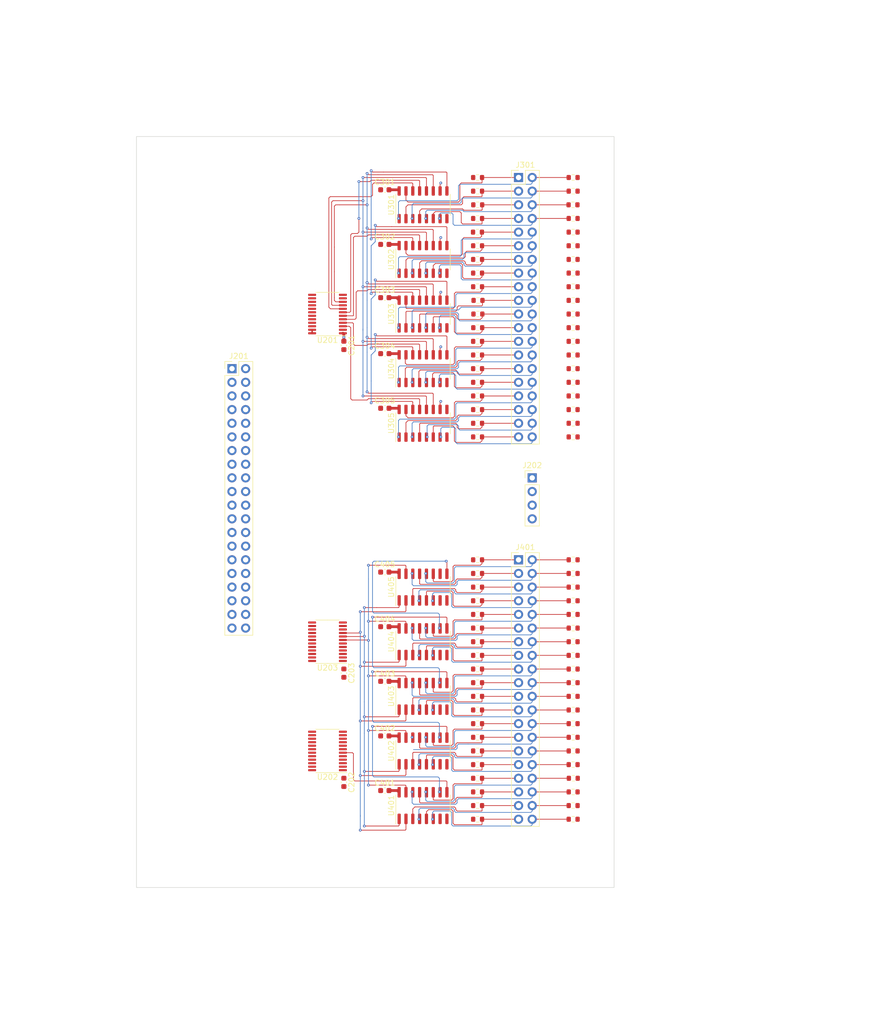
<source format=kicad_pcb>
(kicad_pcb (version 20211014) (generator pcbnew)
  (layers (0 "F.Cu" signal) (31 "B.Cu" signal) (34 "B.Paste" user) (35 "F.Paste" user) (36 "B.SilkS" user "B.Silkscreen") (37 "F.SilkS" user "F.Silkscreen") (38 "B.Mask" user) (39 "F.Mask" user) (44 "Edge.Cuts" user))
  (net 0 "")
  (net 1 "+3V3")
  (net 2 "+5V")
  (net 5 "GND")
  (net 9 "/Pi Input/~{SPI1_{LOAD}}")
  (net 10 "/Pi Input/~{SPI1_{SELECT}}")
  (net 15 "/Pi Input/SPI0_{COPI}")
  (net 18 "/Pi Input/SPI0_{CLK}")
  (net 19 "/Pi Input/~{SPI0_{SELECT}}")
  (net 27 "/Pi Input/SPI1_{CIPO}")
  (net 31 "/Pi Input/SPI1_{CLK}")
  (net 32 "/In Registers/~{IN_{LOAD}}")
  (net 33 "/In Registers/IN_{CLK}")
  (net 34 "/Out Registers/~{OE1}")
  (net 35 "/Out Registers/~{OE2}")
  (net 43 "/Out Registers/Out_{0}")
  (net 44 "/Out Registers/Out_{1}")
  (net 45 "/Out Registers/Out_{2}")
  (net 46 "/Out Registers/Out_{3}")
  (net 47 "/Out Registers/Out_{4}")
  (net 48 "/Out Registers/Out_{5}")
  (net 49 "/Out Registers/Out_{6}")
  (net 50 "Net-(U301-Pad9)")
  (net 51 "/Out Registers/OUT_{CLK}")
  (net 52 "/Out Registers/~{OUT_{SELECT}}")
  (net 53 "/Out Registers/OUT_{DATA}")
  (net 54 "/Out Registers/Out_{7}")
  (net 55 "Net-(U302-Pad9)")
  (net 56 "Net-(U402-Pad10)")
  (net 57 "/Out Registers/~{OE3}")
  (net 59 "/In Registers/~{IN_{SELECT}}")
  (net 62 "/In Registers/IN_{DATA}")
  (net 63 "/Out Registers/~{OE4}")
  (net 64 "/Out Registers/~{OE5}")
  (net 65 "/Pi Input/~{SPI0_{OE1}}")
  (net 74 "Net-(U303-Pad9)")
  (net 75 "Net-(U304-Pad9)")
  (net 77 "/Out Registers/Out_{8}")
  (net 78 "/Out Registers/Out_{9}")
  (net 79 "/Out Registers/Out_{10}")
  (net 80 "/Out Registers/Out_{11}")
  (net 81 "/Out Registers/Out_{12}")
  (net 82 "/Out Registers/Out_{13}")
  (net 83 "/Out Registers/Out_{14}")
  (net 84 "/Out Registers/Out_{15}")
  (net 85 "/Out Registers/Out_{16}")
  (net 86 "/Out Registers/Out_{17}")
  (net 87 "/Out Registers/Out_{18}")
  (net 88 "/Out Registers/Out_{19}")
  (net 89 "/Out Registers/Out_{20}")
  (net 90 "/Out Registers/Out_{21}")
  (net 91 "/Out Registers/Out_{22}")
  (net 92 "/Out Registers/Out_{23}")
  (net 93 "/Out Registers/Out_{24}")
  (net 94 "/Out Registers/Out_{25}")
  (net 95 "/Out Registers/Out_{26}")
  (net 96 "/Out Registers/Out_{27}")
  (net 97 "/Out Registers/Out_{28}")
  (net 98 "/Out Registers/Out_{29}")
  (net 99 "/Out Registers/Out_{30}")
  (net 100 "/Out Registers/Out_{31}")
  (net 101 "/Out Registers/Out_{32}")
  (net 102 "/Out Registers/Out_{33}")
  (net 103 "/Out Registers/Out_{34}")
  (net 104 "/Out Registers/Out_{35}")
  (net 105 "/Out Registers/Out_{36}")
  (net 106 "/Out Registers/Out_{37}")
  (net 107 "/Out Registers/Out_{38}")
  (net 108 "/Out Registers/Out_{39}")
  (net 109 "/In Registers/In_{0}")
  (net 110 "/In Registers/In_{1}")
  (net 111 "/In Registers/In_{2}")
  (net 112 "/In Registers/In_{3}")
  (net 113 "/In Registers/In_{4}")
  (net 114 "/In Registers/In_{5}")
  (net 115 "/In Registers/In_{6}")
  (net 116 "/In Registers/In_{7}")
  (net 117 "/In Registers/In_{8}")
  (net 118 "/In Registers/In_{9}")
  (net 119 "/In Registers/In_{10}")
  (net 120 "/In Registers/In_{11}")
  (net 121 "/In Registers/In_{12}")
  (net 122 "/In Registers/In_{13}")
  (net 123 "/In Registers/In_{14}")
  (net 124 "/In Registers/In_{15}")
  (net 125 "/In Registers/In_{17}")
  (net 126 "/In Registers/In_{19}")
  (net 127 "/In Registers/In_{21}")
  (net 128 "/In Registers/In_{23}")
  (net 129 "/In Registers/In_{25}")
  (net 130 "/In Registers/In_{27}")
  (net 131 "/In Registers/In_{29}")
  (net 132 "/In Registers/In_{31}")
  (net 133 "/In Registers/In_{33}")
  (net 134 "/In Registers/In_{35}")
  (net 135 "/In Registers/In_{37}")
  (net 136 "/In Registers/In_{39}")
  (net 137 "/In Registers/In_{16}")
  (net 138 "Net-(U401-Pad10)")
  (net 139 "Net-(U403-Pad10)")
  (net 141 "Net-(U404-Pad10)")
  (net 143 "/In Registers/In_{18}")
  (net 144 "/In Registers/In_{20}")
  (net 145 "/In Registers/In_{22}")
  (net 146 "/In Registers/In_{24}")
  (net 147 "/In Registers/In_{26}")
  (net 148 "/In Registers/In_{28}")
  (net 149 "/In Registers/In_{30}")
  (net 150 "/In Registers/In_{32}")
  (net 151 "/In Registers/In_{34}")
  (net 152 "/In Registers/In_{36}")
  (net 153 "/In Registers/In_{38}")
  (net 163 "/Pi Input/~{SPI0_{OE2}}")
  (net 164 "/Pi Input/~{SPI0_{OE3}}")
  (net 165 "/Pi Input/~{SPI0_{OE4}}")
  (net 166 "/Pi Input/~{SPI0_{OE5}}")
  (footprint "Resistor_SMD:R_0603_1608Metric" (layer "F.Cu") (at 157.48 60.96)
    (fp_text reference "R324" hide)
    (fp_text value "1M")
  )
  (footprint "Capacitor_SMD:C_0603_1608Metric" (layer "F.Cu") (at 122.428 136.906)
    (fp_text reference "C402")
    (fp_text value "100n")
  )
  (footprint "Resistor_SMD:R_0603_1608Metric" (layer "F.Cu") (at 139.7 81.28 180)
    (fp_text reference "R339" hide)
    (fp_text value "1M")
  )
  (footprint "Resistor_SMD:R_0603_1608Metric" (layer "F.Cu") (at 157.48 33.02)
    (fp_text reference "R302" hide)
    (fp_text value "1M")
  )
  (footprint "Package_SO:SO-16_3.9x9.9mm_P1.27mm" (layer "F.Cu") (at 129.54 68.58 90)
    (fp_text reference "U304")
    (fp_text value "74HC595")
  )
  (footprint "Resistor_SMD:R_0603_1608Metric" (layer "F.Cu") (at 139.7 114.3 180)
    (fp_text reference "R409" hide)
    (fp_text value "1M")
  )
  (footprint "Resistor_SMD:R_0603_1608Metric" (layer "F.Cu") (at 139.7 104.14 180)
    (fp_text reference "R401" hide)
    (fp_text value "1M")
  )
  (footprint "Resistor_SMD:R_0603_1608Metric" (layer "F.Cu") (at 157.48 106.68)
    (fp_text reference "R404" hide)
    (fp_text value "1M")
  )
  (footprint "Capacitor_SMD:C_0603_1608Metric" (layer "F.Cu") (at 122.428 45.466)
    (fp_text reference "C302")
    (fp_text value "100n")
  )
  (footprint "Connector_PinHeader_2.54mm:PinHeader_2x20_P2.54mm_Vertical" (layer "F.Cu") (at 147.32 104.14)
    (fp_text reference "J401")
    (fp_text value "Conn_02x20_Odd_Even")
  )
  (footprint "Resistor_SMD:R_0603_1608Metric" (layer "F.Cu") (at 157.48 55.88)
    (fp_text reference "R320" hide)
    (fp_text value "1M")
  )
  (footprint "Resistor_SMD:R_0603_1608Metric" (layer "F.Cu") (at 157.48 116.84)
    (fp_text reference "R412" hide)
    (fp_text value "1M")
  )
  (footprint "Resistor_SMD:R_0603_1608Metric" (layer "F.Cu") (at 157.48 121.92)
    (fp_text reference "R416" hide)
    (fp_text value "1M")
  )
  (footprint "Capacitor_SMD:C_0603_1608Metric" (layer "F.Cu") (at 122.428 116.586)
    (fp_text reference "C404")
    (fp_text value "100n")
  )
  (footprint "Resistor_SMD:R_0603_1608Metric" (layer "F.Cu") (at 139.7 144.78 180)
    (fp_text reference "R433" hide)
    (fp_text value "1M")
  )
  (footprint "Resistor_SMD:R_0603_1608Metric" (layer "F.Cu") (at 139.7 127 180)
    (fp_text reference "R419" hide)
    (fp_text value "1M")
  )
  (footprint "Resistor_SMD:R_0603_1608Metric" (layer "F.Cu") (at 157.48 76.2)
    (fp_text reference "R336" hide)
    (fp_text value "1M")
  )
  (footprint "Resistor_SMD:R_0603_1608Metric" (layer "F.Cu") (at 139.75 58.42 180)
    (fp_text reference "R321" hide)
    (fp_text value "1M")
  )
  (footprint "Resistor_SMD:R_0603_1608Metric" (layer "F.Cu") (at 157.48 104.14)
    (fp_text reference "R402" hide)
    (fp_text value "1M")
  )
  (footprint "Resistor_SMD:R_0603_1608Metric" (layer "F.Cu") (at 157.48 50.8)
    (fp_text reference "R316" hide)
    (fp_text value "1M")
  )
  (footprint "Resistor_SMD:R_0603_1608Metric" (layer "F.Cu") (at 139.7 116.84 180)
    (fp_text reference "R411" hide)
    (fp_text value "1M")
  )
  (footprint "Capacitor_SMD:C_0603_1608Metric" (layer "F.Cu") (at 122.428 106.426)
    (fp_text reference "C405")
    (fp_text value "100n")
  )
  (footprint "Resistor_SMD:R_0603_1608Metric" (layer "F.Cu") (at 157.48 58.42)
    (fp_text reference "R322" hide)
    (fp_text value "1M")
  )
  (footprint "Resistor_SMD:R_0603_1608Metric" (layer "F.Cu") (at 157.48 152.4)
    (fp_text reference "R440" hide)
    (fp_text value "1M")
  )
  (footprint "Resistor_SMD:R_0603_1608Metric" (layer "F.Cu") (at 157.48 111.76)
    (fp_text reference "R408" hide)
    (fp_text value "1M")
  )
  (footprint "Resistor_SMD:R_0603_1608Metric" (layer "F.Cu") (at 157.48 81.28)
    (fp_text reference "R340" hide)
    (fp_text value "1M")
  )
  (footprint "Resistor_SMD:R_0603_1608Metric" (layer "F.Cu") (at 139.7 50.8 180)
    (fp_text reference "R315" hide)
    (fp_text value "1M")
  )
  (footprint "Capacitor_SMD:C_0603_1608Metric" (layer "F.Cu") (at 122.428 75.946)
    (fp_text reference "C305")
    (fp_text value "100n")
  )
  (footprint "Package_SO:SO-16_3.9x9.9mm_P1.27mm" (layer "F.Cu") (at 129.54 78.74 90)
    (fp_text reference "U305")
    (fp_text value "74HC595")
  )
  (footprint "Resistor_SMD:R_0603_1608Metric" (layer "F.Cu") (at 139.7 152.4 180)
    (fp_text reference "R439" hide)
    (fp_text value "1M")
  )
  (footprint "Resistor_SMD:R_0603_1608Metric" (layer "F.Cu") (at 157.48 63.5)
    (fp_text reference "R326" hide)
    (fp_text value "1M")
  )
  (footprint "Resistor_SMD:R_0603_1608Metric" (layer "F.Cu") (at 139.7 142.24 180)
    (fp_text reference "R431" hide)
    (fp_text value "1M")
  )
  (footprint "Resistor_SMD:R_0603_1608Metric" (layer "F.Cu") (at 157.48 73.66)
    (fp_text reference "R334" hide)
    (fp_text value "1M")
  )
  (footprint "Capacitor_SMD:C_0603_1608Metric" (layer "F.Cu") (at 122.428 147.066)
    (fp_text reference "C401")
    (fp_text value "100n")
  )
  (footprint "Resistor_SMD:R_0603_1608Metric" (layer "F.Cu") (at 157.48 40.64)
    (fp_text reference "R308" hide)
    (fp_text value "1M")
  )
  (footprint "Resistor_SMD:R_0603_1608Metric" (layer "F.Cu") (at 139.7 106.68 180)
    (fp_text reference "R403" hide)
    (fp_text value "1M")
  )
  (footprint "Connector_PinHeader_2.54mm:PinHeader_2x20_P2.54mm_Vertical" (layer "F.Cu") (at 93.98 68.58)
    (fp_text reference "J201")
    (fp_text value "Raspberry_Pi_2_3")
  )
  (footprint "Capacitor_SMD:C_0603_1608Metric" (layer "F.Cu") (at 122.428 35.306)
    (fp_text reference "C301")
    (fp_text value "100n")
  )
  (footprint "Package_SO:SOIC-16_3.9x9.9mm_P1.27mm" (layer "F.Cu") (at 129.54 139.7 90)
    (fp_text reference "U402")
    (fp_text value "74HC165")
  )
  (footprint "Resistor_SMD:R_0603_1608Metric" (layer "F.Cu") (at 157.48 48.26)
    (fp_text reference "R314" hide)
    (fp_text value "1M")
  )
  (footprint "Resistor_SMD:R_0603_1608Metric" (layer "F.Cu") (at 157.48 134.62)
    (fp_text reference "R426" hide)
    (fp_text value "1M")
  )
  (footprint "Resistor_SMD:R_0603_1608Metric" (layer "F.Cu") (at 139.7 71.12 180)
    (fp_text reference "R331" hide)
    (fp_text value "1M")
  )
  (footprint "Resistor_SMD:R_0603_1608Metric" (layer "F.Cu") (at 139.7 119.38 180)
    (fp_text reference "R413" hide)
    (fp_text value "1M")
  )
  (footprint "Resistor_SMD:R_0603_1608Metric" (layer "F.Cu") (at 139.7 68.58 180)
    (fp_text reference "R329" hide)
    (fp_text value "1M")
  )
  (footprint "Resistor_SMD:R_0603_1608Metric" (layer "F.Cu") (at 139.7 134.62 180)
    (fp_text reference "R425" hide)
    (fp_text value "1M")
  )
  (footprint "Package_SO:SOIC-16_3.9x9.9mm_P1.27mm" (layer "F.Cu") (at 129.54 119.38 90)
    (fp_text reference "U404")
    (fp_text value "74HC165")
  )
  (footprint "Package_SO:SOIC-16_3.9x9.9mm_P1.27mm" (layer "F.Cu") (at 129.54 129.54 90)
    (fp_text reference "U403")
    (fp_text value "74HC165")
  )
  (footprint "Capacitor_SMD:C_0603_1608Metric" (layer "F.Cu") (at 114.808 125.222 -90)
    (fp_text reference "C203")
    (fp_text value "100n")
  )
  (footprint "Resistor_SMD:R_0603_1608Metric" (layer "F.Cu") (at 139.7 109.22 180)
    (fp_text reference "R405" hide)
    (fp_text value "1M")
  )
  (footprint "Resistor_SMD:R_0603_1608Metric" (layer "F.Cu") (at 139.7 73.66 180)
    (fp_text reference "R333" hide)
    (fp_text value "1M")
  )
  (footprint "Resistor_SMD:R_0603_1608Metric" (layer "F.Cu") (at 157.48 45.72)
    (fp_text reference "R312" hide)
    (fp_text value "1M")
  )
  (footprint "Package_SO:SO-16_3.9x9.9mm_P1.27mm" (layer "F.Cu") (at 129.54 48.26 90)
    (fp_text reference "U302")
    (fp_text value "74HC595")
  )
  (footprint "Resistor_SMD:R_0603_1608Metric" (layer "F.Cu") (at 157.48 137.16)
    (fp_text reference "R428" hide)
    (fp_text value "1M")
  )
  (footprint "Resistor_SMD:R_0603_1608Metric" (layer "F.Cu") (at 157.48 78.74)
    (fp_text reference "R338" hide)
    (fp_text value "1M")
  )
  (footprint "Resistor_SMD:R_0603_1608Metric" (layer "F.Cu") (at 157.48 127)
    (fp_text reference "R420" hide)
    (fp_text value "1M")
  )
  (footprint "Resistor_SMD:R_0603_1608Metric" (layer "F.Cu") (at 139.7 111.76 180)
    (fp_text reference "R407" hide)
    (fp_text value "1M")
  )
  (footprint "Resistor_SMD:R_0603_1608Metric" (layer "F.Cu") (at 157.48 109.22)
    (fp_text reference "R406" hide)
    (fp_text value "1M")
  )
  (footprint "Resistor_SMD:R_0603_1608Metric" (layer "F.Cu") (at 157.48 132.08)
    (fp_text reference "R424" hide)
    (fp_text value "1M")
  )
  (footprint "Resistor_SMD:R_0603_1608Metric" (layer "F.Cu") (at 139.7 76.2 180)
    (fp_text reference "R335" hide)
    (fp_text value "1M")
  )
  (footprint "Package_SO:SOIC-16_3.9x9.9mm_P1.27mm" (layer "F.Cu") (at 129.54 149.86 90)
    (fp_text reference "U401")
    (fp_text value "74HC165")
  )
  (footprint "Resistor_SMD:R_0603_1608Metric" (layer "F.Cu") (at 157.48 68.58)
    (fp_text reference "R330" hide)
    (fp_text value "1M")
  )
  (footprint "Resistor_SMD:R_0603_1608Metric" (layer "F.Cu") (at 157.48 139.7)
    (fp_text reference "R430" hide)
    (fp_text value "1M")
  )
  (footprint "Resistor_SMD:R_0603_1608Metric" (layer "F.Cu") (at 157.48 114.3)
    (fp_text reference "R410" hide)
    (fp_text value "1M")
  )
  (footprint "Package_SO:SO-16_3.9x9.9mm_P1.27mm" (layer "F.Cu") (at 129.54 38.1 90)
    (fp_text reference "U301")
    (fp_text value "74HC595")
  )
  (footprint "Resistor_SMD:R_0603_1608Metric" (layer "F.Cu") (at 139.775 55.88 180)
    (fp_text reference "R319" hide)
    (fp_text value "1M")
  )
  (footprint "Capacitor_SMD:C_0603_1608Metric" (layer "F.Cu") (at 114.808 145.542 -90)
    (fp_text reference "C202")
    (fp_text value "100n")
  )
  (footprint "Resistor_SMD:R_0603_1608Metric" (layer "F.Cu") (at 139.7 33.02 180)
    (fp_text reference "R301" hide)
    (fp_text value "1M")
  )
  (footprint "Package_SO:TSSOP-24_4.4x7.8mm_P0.65mm" (layer "F.Cu") (at 111.76 58.42 180)
    (fp_text reference "U201")
    (fp_text value "SN74LVC4245APWR")
  )
  (footprint "Capacitor_SMD:C_0603_1608Metric" (layer "F.Cu") (at 122.428 65.786)
    (fp_text reference "C304")
    (fp_text value "100n")
  )
  (footprint "Capacitor_SMD:C_0603_1608Metric" (layer "F.Cu") (at 114.808 64.262 -90)
    (fp_text reference "C201")
    (fp_text value "100n")
  )
  (footprint "Resistor_SMD:R_0603_1608Metric" (layer "F.Cu") (at 139.7 147.32 180)
    (fp_text reference "R435" hide)
    (fp_text value "1M")
  )
  (footprint "Resistor_SMD:R_0603_1608Metric" (layer "F.Cu") (at 139.7 40.64 180)
    (fp_text reference "R307" hide)
    (fp_text value "1M")
  )
  (footprint "Connector_PinHeader_2.54mm:PinHeader_2x20_P2.54mm_Vertical" (layer "F.Cu") (at 147.32 33.02)
    (fp_text reference "J301")
    (fp_text value "Conn_02x20_Odd_Even")
  )
  (footprint "Resistor_SMD:R_0603_1608Metric" (layer "F.Cu") (at 139.7 132.08 180)
    (fp_text reference "R423" hide)
    (fp_text value "1M")
  )
  (footprint "Package_SO:TSSOP-24_4.4x7.8mm_P0.65mm" (layer "F.Cu") (at 111.76 139.7 180)
    (fp_text reference "U202")
    (fp_text value "SN74LVC4245APWR")
  )
  (footprint "Resistor_SMD:R_0603_1608Metric" (layer "F.Cu") (at 157.48 142.24)
    (fp_text reference "R432" hide)
    (fp_text value "1M")
  )
  (footprint "Resistor_SMD:R_0603_1608Metric" (layer "F.Cu") (at 157.48 53.34)
    (fp_text reference "R318" hide)
    (fp_text value "1M")
  )
  (footprint "Resistor_SMD:R_0603_1608Metric" (layer "F.Cu") (at 139.7 48.26 180)
    (fp_text reference "R313" hide)
    (fp_text value "1M")
  )
  (footprint "Resistor_SMD:R_0603_1608Metric" (layer "F.Cu") (at 139.7 124.46 180)
    (fp_text reference "R417" hide)
    (fp_text value "1M")
  )
  (footprint "Resistor_SMD:R_0603_1608Metric" (layer "F.Cu") (at 157.48 66.04)
    (fp_text reference "R328" hide)
    (fp_text value "1M")
  )
  (footprint "Package_SO:TSSOP-24_4.4x7.8mm_P0.65mm" (layer "F.Cu") (at 111.76 119.38 180)
    (fp_text reference "U203")
    (fp_text value "SN74LVC4245APWR")
  )
  (footprint "Capacitor_SMD:C_0603_1608Metric" (layer "F.Cu") (at 122.428 55.372)
    (fp_text reference "C303")
    (fp_text value "100n")
  )
  (footprint "Resistor_SMD:R_0603_1608Metric" (layer "F.Cu") (at 139.7 149.86 180)
    (fp_text reference "R437" hide)
    (fp_text value "1M")
  )
  (footprint "Connector_PinHeader_2.54mm:PinHeader_1x04_P2.54mm_Vertical" (layer "F.Cu") (at 149.86 88.9)
    (fp_text reference "J202")
    (fp_text value "Conn_01x04")
  )
  (footprint "Resistor_SMD:R_0603_1608Metric" (layer "F.Cu") (at 139.7 45.72 180)
    (fp_text reference "R311" hide)
    (fp_text value "1M")
  )
  (footprint "Resistor_SMD:R_0603_1608Metric" (layer "F.Cu") (at 139.675 43.18 180)
    (fp_text reference "R309" hide)
    (fp_text value "1M")
  )
  (footprint "Resistor_SMD:R_0603_1608Metric" (layer "F.Cu") (at 139.7 129.54 180)
    (fp_text reference "R421" hide)
    (fp_text value "1M")
  )
  (footprint "Capacitor_SMD:C_0603_1608Metric" (layer "F.Cu") (at 122.428 126.746)
    (fp_text reference "C403")
    (fp_text value "100n")
  )
  (footprint "Resistor_SMD:R_0603_1608Metric" (layer "F.Cu") (at 157.48 129.54)
    (fp_text reference "R422" hide)
    (fp_text value "1M")
  )
  (footprint "Resistor_SMD:R_0603_1608Metric" (layer "F.Cu") (at 157.48 43.18)
    (fp_text reference "R310" hide)
    (fp_text value "1M")
  )
  (footprint "Resistor_SMD:R_0603_1608Metric" (layer "F.Cu") (at 139.7 63.5 180)
    (fp_text reference "R325" hide)
    (fp_text value "1M")
  )
  (footprint "Resistor_SMD:R_0603_1608Metric" (layer "F.Cu") (at 139.7 139.7 180)
    (fp_text reference "R429" hide)
    (fp_text value "1M")
  )
  (footprint "Resistor_SMD:R_0603_1608Metric" (layer "F.Cu") (at 139.7 35.56 180)
    (fp_text reference "R303" hide)
    (fp_text value "1M")
  )
  (footprint "Resistor_SMD:R_0603_1608Metric" (layer "F.Cu") (at 139.7 53.34 180)
    (fp_text reference "R317" hide)
    (fp_text value "1M")
  )
  (footprint "Resistor_SMD:R_0603_1608Metric" (layer "F.Cu") (at 157.48 124.46)
    (fp_text reference "R418" hide)
    (fp_text value "1M")
  )
  (footprint "Resistor_SMD:R_0603_1608Metric" (layer "F.Cu") (at 157.48 147.32)
    (fp_text reference "R436" hide)
    (fp_text value "1M")
  )
  (footprint "Resistor_SMD:R_0603_1608Metric" (layer "F.Cu") (at 157.455 38.1)
    (fp_text reference "R306" hide)
    (fp_text value "1M")
  )
  (footprint "Resistor_SMD:R_0603_1608Metric" (layer "F.Cu") (at 157.48 119.38)
    (fp_text reference "R414" hide)
    (fp_text value "1M")
  )
  (footprint "Resistor_SMD:R_0603_1608Metric" (layer "F.Cu") (at 157.48 35.56)
    (fp_text reference "R304" hide)
    (fp_text value "1M")
  )
  (footprint "Resistor_SMD:R_0603_1608Metric" (layer "F.Cu") (at 157.505 144.78)
    (fp_text reference "R434" hide)
    (fp_text value "1M")
  )
  (footprint "Resistor_SMD:R_0603_1608Metric" (layer "F.Cu") (at 139.7 66.04 180)
    (fp_text reference "R327" hide)
    (fp_text value "1M")
  )
  (footprint "Resistor_SMD:R_0603_1608Metric" (layer "F.Cu") (at 139.7 78.74 180)
    (fp_text reference "R337" hide)
    (fp_text value "1M")
  )
  (footprint "Package_SO:SOIC-16_3.9x9.9mm_P1.27mm" (layer "F.Cu") (at 129.54 109.22 90)
    (fp_text reference "U405")
    (fp_text value "74HC165")
  )
  (footprint "Resistor_SMD:R_0603_1608Metric" (layer "F.Cu") (at 139.725 60.96 180)
    (fp_text reference "R323" hide)
    (fp_text value "1M")
  )
  (footprint "Resistor_SMD:R_0603_1608Metric" (layer "F.Cu") (at 139.725 38.1 180)
    (fp_text reference "R305" hide)
    (fp_text value "1M")
  )
  (footprint "Resistor_SMD:R_0603_1608Metric" (layer "F.Cu") (at 139.7 121.92 180)
    (fp_text reference "R415" hide)
    (fp_text value "1M")
  )
  (footprint "Resistor_SMD:R_0603_1608Metric" (layer "F.Cu") (at 139.7 137.16 180)
    (fp_text reference "R427" hide)
    (fp_text value "1M")
  )
  (footprint "Package_SO:SO-16_3.9x9.9mm_P1.27mm" (layer "F.Cu") (at 129.54 58.42 90)
    (fp_text reference "U303")
    (fp_text value "74HC595")
  )
  (footprint "Resistor_SMD:R_0603_1608Metric" (layer "F.Cu") (at 157.48 149.86)
    (fp_text reference "R438" hide)
    (fp_text value "1M")
  )
  (footprint "Resistor_SMD:R_0603_1608Metric" (layer "F.Cu") (at 157.48 71.12)
    (fp_text reference "R332" hide)
    (fp_text value "1M")
  )
  (gr_rect (start 76.2 25.4) (end 165.1 165.1) (layer "Edge.Cuts") (width 0.1) (fill none))
  (segment (start 108.8975 61.345) (end 108.8975 61.995) (width 0.254) (layer "F.Cu") (net 1))
  (segment (start 114.808 62.738) (end 114.808 62.1805) (width 0.508) (layer "F.Cu") (net 2))
  (segment (start 114.808 62.1805) (end 114.6265 61.999) (width 0.508) (layer "F.Cu") (net 2))
  (segment (start 132.715 64.643) (end 132.842 64.516) (width 0.127) (layer "F.Cu") (net 2))
  (segment (start 123.203 116.586) (end 124.776 116.586) (width 0.508) (layer "F.Cu") (net 2))
  (segment (start 123.203 55.372) (end 124.622 55.372) (width 0.508) (layer "F.Cu") (net 2))
  (segment (start 132.715 76.165) (end 132.715 74.803) (width 0.127) (layer "F.Cu") (net 2))
  (segment (start 123.203 75.946) (end 124.876 75.946) (width 0.508) (layer "F.Cu") (net 2))
  (segment (start 124.622 55.372) (end 125.095 55.845) (width 0.508) (layer "F.Cu") (net 2))
  (segment (start 124.876 35.306) (end 125.095 35.525) (width 0.508) (layer "F.Cu") (net 2))
  (segment (start 124.776 126.746) (end 125.095 127.065) (width 0.508) (layer "F.Cu") (net 2))
  (segment (start 123.203 147.066) (end 124.776 147.066) (width 0.508) (layer "F.Cu") (net 2))
  (segment (start 123.203 106.426) (end 124.776 106.426) (width 0.508) (layer "F.Cu") (net 2))
  (segment (start 124.776 116.586) (end 125.095 116.905) (width 0.508) (layer "F.Cu") (net 2))
  (segment (start 132.715 44.323) (end 132.842 44.196) (width 0.127) (layer "F.Cu") (net 2))
  (segment (start 132.715 54.483) (end 132.842 54.356) (width 0.127) (layer "F.Cu") (net 2))
  (segment (start 124.876 65.786) (end 125.095 66.005) (width 0.508) (layer "F.Cu") (net 2))
  (segment (start 114.6265 61.999) (end 114.6225 61.999) (width 0.508) (layer "F.Cu") (net 2))
  (segment (start 124.776 136.906) (end 125.095 137.225) (width 0.508) (layer "F.Cu") (net 2))
  (segment (start 132.715 35.525) (end 132.715 34.163) (width 0.127) (layer "F.Cu") (net 2))
  (segment (start 132.715 45.685) (end 132.715 44.323) (width 0.127) (layer "F.Cu") (net 2))
  (segment (start 123.203 45.466) (end 124.876 45.466) (width 0.508) (layer "F.Cu") (net 2))
  (segment (start 123.203 35.306) (end 124.876 35.306) (width 0.508) (layer "F.Cu") (net 2))
  (segment (start 124.876 45.466) (end 125.095 45.685) (width 0.508) (layer "F.Cu") (net 2))
  (segment (start 114.808 63.487) (end 114.808 62.738) (width 0.508) (layer "F.Cu") (net 2))
  (segment (start 123.203 136.906) (end 124.776 136.906) (width 0.508) (layer "F.Cu") (net 2))
  (segment (start 132.715 66.005) (end 132.715 64.643) (width 0.127) (layer "F.Cu") (net 2))
  (segment (start 124.776 147.066) (end 125.095 147.385) (width 0.508) (layer "F.Cu") (net 2))
  (segment (start 132.715 55.845) (end 132.715 54.483) (width 0.127) (layer "F.Cu") (net 2))
  (segment (start 123.203 65.786) (end 124.876 65.786) (width 0.508) (layer "F.Cu") (net 2))
  (segment (start 123.203 126.746) (end 124.776 126.746) (width 0.508) (layer "F.Cu") (net 2))
  (segment (start 132.715 74.803) (end 132.842 74.676) (width 0.127) (layer "F.Cu") (net 2))
  (segment (start 124.776 106.426) (end 125.095 106.745) (width 0.508) (layer "F.Cu") (net 2))
  (segment (start 132.715 34.163) (end 132.842 34.036) (width 0.127) (layer "F.Cu") (net 2))
  (segment (start 124.876 75.946) (end 125.095 76.165) (width 0.508) (layer "F.Cu") (net 2))
  (via (at 132.842 74.676) (size 0.499999) (drill 0.20066) (layers "F.Cu" "B.Cu") (net 2))
  (via (at 114.808 62.738) (size 0.499999) (drill 0.20066) (layers "F.Cu" "B.Cu") (net 2))
  (via (at 132.842 44.196) (size 0.499999) (drill 0.20066) (layers "F.Cu" "B.Cu") (net 2))
  (via (at 132.842 64.516) (size 0.499999) (drill 0.20066) (layers "F.Cu" "B.Cu") (net 2))
  (via (at 132.842 34.036) (size 0.499999) (drill 0.20066) (layers "F.Cu" "B.Cu") (net 2))
  (via (at 132.842 54.356) (size 0.499999) (drill 0.20066) (layers "F.Cu" "B.Cu") (net 2))
  (segment (start 125.095 132.015) (end 125.095 133.223) (width 0.127) (layer "F.Cu") (net 32))
  (segment (start 125.095 152.335) (end 125.095 153.543) (width 0.127) (layer "F.Cu") (net 32))
  (segment (start 124.968 133.35) (end 118.618 133.35) (width 0.127) (layer "F.Cu") (net 32))
  (segment (start 118.618 143.51) (end 124.968 143.51) (width 0.127) (layer "F.Cu") (net 32))
  (segment (start 124.968 153.67) (end 118.618 153.67) (width 0.127) (layer "F.Cu") (net 32))
  (segment (start 125.095 121.855) (end 125.095 123.063) (width 0.127) (layer "F.Cu") (net 32))
  (segment (start 125.095 112.903) (end 124.968 113.03) (width 0.127) (layer "F.Cu") (net 32))
  (segment (start 125.095 133.223) (end 124.968 133.35) (width 0.127) (layer "F.Cu") (net 32))
  (segment (start 125.095 123.063) (end 124.968 123.19) (width 0.127) (layer "F.Cu") (net 32))
  (segment (start 125.095 153.543) (end 124.968 153.67) (width 0.127) (layer "F.Cu") (net 32))
  (segment (start 124.968 123.19) (end 118.618 123.19) (width 0.127) (layer "F.Cu") (net 32))
  (segment (start 125.095 111.695) (end 125.095 112.903) (width 0.127) (layer "F.Cu") (net 32))
  (segment (start 124.968 143.51) (end 125.095 143.383) (width 0.127) (layer "F.Cu") (net 32))
  (segment (start 118.577 118.405) (end 118.618 118.364) (width 0.127) (layer "F.Cu") (net 32))
  (segment (start 114.6225 118.405) (end 118.577 118.405) (width 0.127) (layer "F.Cu") (net 32))
  (segment (start 124.968 113.03) (end 120.904 113.03) (width 0.127) (layer "F.Cu") (net 32))
  (segment (start 125.095 143.383) (end 125.095 142.175) (width 0.127) (layer "F.Cu") (net 32))
  (segment (start 120.904 113.03) (end 118.618 113.03) (width 0.127) (layer "F.Cu") (net 32))
  (via (at 118.618 143.51) (size 0.499999) (drill 0.20066) (layers "F.Cu" "B.Cu") (net 32))
  (via (at 118.618 113.03) (size 0.499999) (drill 0.20066) (layers "F.Cu" "B.Cu") (net 32))
  (via (at 118.618 133.35) (size 0.499999) (drill 0.20066) (layers "F.Cu" "B.Cu") (net 32))
  (via (at 118.618 118.364) (size 0.499999) (drill 0.20066) (layers "F.Cu" "B.Cu") (net 32))
  (via (at 118.618 123.19) (size 0.499999) (drill 0.20066) (layers "F.Cu" "B.Cu") (net 32))
  (via (at 118.618 153.67) (size 0.499999) (drill 0.20066) (layers "F.Cu" "B.Cu") (net 32))
  (segment (start 118.618 119.38) (end 118.618 122.936) (width 0.127) (layer "B.Cu") (net 32))
  (segment (start 118.618 130.556) (end 118.618 133.35) (width 0.127) (layer "B.Cu") (net 32))
  (segment (start 118.618 113.03) (end 118.618 118.364) (width 0.127) (layer "B.Cu") (net 32))
  (segment (start 118.618 122.936) (end 118.618 123.19) (width 0.127) (layer "B.Cu") (net 32))
  (segment (start 118.618 133.35) (end 118.618 136.398) (width 0.127) (layer "B.Cu") (net 32))
  (segment (start 118.618 153.67) (end 118.618 143.51) (width 0.127) (layer "B.Cu") (net 32))
  (segment (start 118.618 123.19) (end 118.618 130.556) (width 0.127) (layer "B.Cu") (net 32))
  (segment (start 118.618 118.364) (end 118.618 119.38) (width 0.127) (layer "B.Cu") (net 32))
  (segment (start 118.618 136.398) (end 118.618 143.51) (width 0.127) (layer "B.Cu") (net 32))
  (segment (start 126.365 144.145) (end 126.365 142.175) (width 0.127) (layer "F.Cu") (net 33))
  (segment (start 126.365 113.665) (end 126.238 113.792) (width 0.127) (layer "F.Cu") (net 33))
  (segment (start 126.365 152.335) (end 126.365 154.305) (width 0.127) (layer "F.Cu") (net 33))
  (segment (start 126.365 133.985) (end 126.238 134.112) (width 0.127) (layer "F.Cu") (net 33))
  (segment (start 126.238 123.952) (end 117.856 123.952) (width 0.127) (layer "F.Cu") (net 33))
  (segment (start 126.365 121.855) (end 126.365 123.825) (width 0.127) (layer "F.Cu") (net 33))
  (segment (start 126.238 113.792) (end 120.904 113.792) (width 0.127) (layer "F.Cu") (net 33))
  (segment (start 126.238 154.432) (end 117.856 154.432) (width 0.127) (layer "F.Cu") (net 33))
  (segment (start 126.365 154.305) (end 126.238 154.432) (width 0.127) (layer "F.Cu") (net 33))
  (segment (start 117.856 144.272) (end 126.238 144.272) (width 0.127) (layer "F.Cu") (net 33))
  (segment (start 126.238 144.272) (end 126.365 144.145) (width 0.127) (layer "F.Cu") (net 33))
  (segment (start 126.365 123.825) (end 126.238 123.952) (width 0.127) (layer "F.Cu") (net 33))
  (segment (start 114.6225 117.755) (end 117.703 117.755) (width 0.127) (layer "F.Cu") (net 33))
  (segment (start 126.238 134.112) (end 117.856 134.112) (width 0.127) (layer "F.Cu") (net 33))
  (segment (start 117.703 117.755) (end 117.856 117.602) (width 0.127) (layer "F.Cu") (net 33))
  (segment (start 120.904 113.792) (end 117.856 113.792) (width 0.127) (layer "F.Cu") (net 33))
  (segment (start 126.365 111.695) (end 126.365 113.665) (width 0.127) (layer "F.Cu") (net 33))
  (segment (start 126.365 132.015) (end 126.365 133.985) (width 0.127) (layer "F.Cu") (net 33))
  (via (at 117.856 117.602) (size 0.499999) (drill 0.20066) (layers "F.Cu" "B.Cu") (net 33))
  (via (at 117.856 113.792) (size 0.499999) (drill 0.20066) (layers "F.Cu" "B.Cu") (net 33))
  (via (at 117.856 134.112) (size 0.499999) (drill 0.20066) (layers "F.Cu" "B.Cu") (net 33))
  (via (at 117.856 123.952) (size 0.499999) (drill 0.20066) (layers "F.Cu" "B.Cu") (net 33))
  (via (at 117.856 144.272) (size 0.499999) (drill 0.20066) (layers "F.Cu" "B.Cu") (net 33))
  (via (at 117.856 154.432) (size 0.499999) (drill 0.20066) (layers "F.Cu" "B.Cu") (net 33))
  (segment (start 117.856 144.272) (end 117.856 151.892) (width 0.127) (layer "B.Cu") (net 33))
  (segment (start 117.856 113.792) (end 117.856 115.316) (width 0.127) (layer "B.Cu") (net 33))
  (segment (start 117.856 115.316) (end 117.856 117.602) (width 0.127) (layer "B.Cu") (net 33))
  (segment (start 117.856 117.602) (end 117.856 123.952) (width 0.127) (layer "B.Cu") (net 33))
  (segment (start 117.856 123.952) (end 117.856 134.112) (width 0.127) (layer "B.Cu") (net 33))
  (segment (start 117.856 134.112) (end 117.856 144.272) (width 0.127) (layer "B.Cu") (net 33))
  (segment (start 117.856 154.432) (end 117.856 151.638) (width 0.127) (layer "B.Cu") (net 33))
  (segment (start 117.602 43.18) (end 117.348 43.434) (width 0.127) (layer "F.Cu") (net 34))
  (segment (start 115.895 58.095) (end 114.6225 58.095) (width 0.127) (layer "F.Cu") (net 34))
  (segment (start 128.905 35.525) (end 128.905 33.655) (width 0.127) (layer "F.Cu") (net 34))
  (segment (start 128.778 33.528) (end 119.888 33.528) (width 0.127) (layer "F.Cu") (net 34))
  (segment (start 117.348 43.434) (end 116.332 43.434) (width 0.127) (layer "F.Cu") (net 34))
  (segment (start 116.078 43.688) (end 116.078 57.912) (width 0.127) (layer "F.Cu") (net 34))
  (segment (start 128.905 33.655) (end 128.778 33.528) (width 0.127) (layer "F.Cu") (net 34))
  (segment (start 117.602 40.64) (end 117.602 43.18) (width 0.127) (layer "F.Cu") (net 34))
  (segment (start 116.332 43.434) (end 116.078 43.688) (width 0.127) (layer "F.Cu") (net 34))
  (segment (start 116.078 57.912) (end 115.895 58.095) (width 0.127) (layer "F.Cu") (net 34))
  (segment (start 119.634 33.782) (end 117.602 33.782) (width 0.127) (layer "F.Cu") (net 34))
  (segment (start 119.888 33.528) (end 119.634 33.782) (width 0.127) (layer "F.Cu") (net 34))
  (via (at 117.602 40.64) (size 0.499999) (drill 0.20066) (layers "F.Cu" "B.Cu") (net 34))
  (via (at 117.602 33.782) (size 0.499999) (drill 0.20066) (layers "F.Cu" "B.Cu") (net 34))
  (segment (start 117.602 33.782) (end 117.602 40.64) (width 0.127) (layer "B.Cu") (net 34))
  (segment (start 116.586 58.674) (end 116.515 58.745) (width 0.127) (layer "F.Cu") (net 35))
  (segment (start 116.84 43.942) (end 116.586 44.196) (width 0.127) (layer "F.Cu") (net 35))
  (segment (start 128.905 43.815) (end 128.778 43.688) (width 0.127) (layer "F.Cu") (net 35))
  (segment (start 128.778 43.688) (end 119.38 43.688) (width 0.127) (layer "F.Cu") (net 35))
  (segment (start 128.905 45.685) (end 128.905 43.815) (width 0.127) (layer "F.Cu") (net 35))
  (segment (start 116.586 44.196) (end 116.586 58.674) (width 0.127) (layer "F.Cu") (net 35))
  (segment (start 116.515 58.745) (end 114.6225 58.745) (width 0.127) (layer "F.Cu") (net 35))
  (segment (start 119.126 43.942) (end 116.84 43.942) (width 0.127) (layer "F.Cu") (net 35))
  (segment (start 119.38 43.688) (end 119.126 43.942) (width 0.127) (layer "F.Cu") (net 35))
  (segment (start 147.32 33.02) (end 140.525 33.02) (width 0.127) (layer "F.Cu") (net 43))
  (segment (start 140.525 33.02) (end 140.525 33.973) (width 0.127) (layer "F.Cu") (net 43))
  (segment (start 126.365 37.211) (end 126.365 35.525) (width 0.127) (layer "F.Cu") (net 43))
  (segment (start 136.652 34.036) (end 136.398 34.29) (width 0.127) (layer "F.Cu") (net 43))
  (segment (start 126.746 37.592) (end 126.365 37.211) (width 0.127) (layer "F.Cu") (net 43))
  (segment (start 136.144 37.592) (end 126.746 37.592) (width 0.127) (layer "F.Cu") (net 43))
  (segment (start 140.462 34.036) (end 136.652 34.036) (width 0.127) (layer "F.Cu") (net 43))
  (segment (start 136.398 37.338) (end 136.144 37.592) (width 0.127) (layer "F.Cu") (net 43))
  (segment (start 140.525 33.973) (end 140.462 34.036) (width 0.127) (layer "F.Cu") (net 43))
  (segment (start 136.398 34.29) (end 136.398 37.338) (width 0.127) (layer "F.Cu") (net 43))
  (segment (start 149.86 33.02) (end 156.655 33.02) (width 0.127) (layer "F.Cu") (net 44))
  (via (at 124.968 40.64) (size 0.499999) (drill 0.20066) (layers "F.Cu" "B.Cu") (net 44))
  (segment (start 124.968 37.592) (end 125.222 37.338) (width 0.127) (layer "B.Cu") (net 44))
  (segment (start 135.89 37.338) (end 136.144 37.084) (width 0.127) (layer "B.Cu") (net 44))
  (segment (start 136.144 34.544) (end 136.398 34.29) (width 0.127) (layer "B.Cu") (net 44))
  (segment (start 125.222 37.338) (end 135.89 37.338) (width 0.127) (layer "B.Cu") (net 44))
  (segment (start 149.86 34.036) (end 149.86 33.02) (width 0.127) (layer "B.Cu") (net 44))
  (segment (start 136.398 34.29) (end 149.606 34.29) (width 0.127) (layer "B.Cu") (net 44))
  (segment (start 149.606 34.29) (end 149.86 34.036) (width 0.127) (layer "B.Cu") (net 44))
  (segment (start 136.144 37.084) (end 136.144 34.544) (width 0.127) (layer "B.Cu") (net 44))
  (segment (start 124.968 40.64) (end 124.968 37.592) (width 0.127) (layer "B.Cu") (net 44))
  (segment (start 140.462 36.576) (end 137.16 36.576) (width 0.127) (layer "F.Cu") (net 45))
  (segment (start 126.365 38.481) (end 126.365 40.675) (width 0.127) (layer "F.Cu") (net 45))
  (segment (start 147.32 35.56) (end 140.525 35.56) (width 0.127) (layer "F.Cu") (net 45))
  (segment (start 140.525 36.513) (end 140.462 36.576) (width 0.127) (layer "F.Cu") (net 45))
  (segment (start 126.746 38.1) (end 126.365 38.481) (width 0.127) (layer "F.Cu") (net 45))
  (segment (start 137.16 36.576) (end 136.906 36.83) (width 0.127) (layer "F.Cu") (net 45))
  (segment (start 140.525 35.56) (end 140.525 36.513) (width 0.127) (layer "F.Cu") (net 45))
  (segment (start 136.652 38.1) (end 126.746 38.1) (width 0.127) (layer "F.Cu") (net 45))
  (segment (start 136.906 37.846) (end 136.652 38.1) (width 0.127) (layer "F.Cu") (net 45))
  (segment (start 136.906 36.83) (end 136.906 37.846) (width 0.127) (layer "F.Cu") (net 45))
  (segment (start 149.86 35.56) (end 156.655 35.56) (width 0.127) (layer "F.Cu") (net 46))
  (via (at 127.508 40.64) (size 0.499999) (drill 0.20066) (layers "F.Cu" "B.Cu") (net 46))
  (segment (start 136.652 37.592) (end 136.398 37.846) (width 0.127) (layer "B.Cu") (net 46))
  (segment (start 136.652 37.084) (end 136.652 37.592) (width 0.127) (layer "B.Cu") (net 46))
  (segment (start 136.906 36.83) (end 136.652 37.084) (width 0.127) (layer "B.Cu") (net 46))
  (segment (start 127.508 38.1) (end 127.508 40.64) (width 0.127) (layer "B.Cu") (net 46))
  (segment (start 136.398 37.846) (end 127.762 37.846) (width 0.127) (layer "B.Cu") (net 46))
  (segment (start 149.86 35.56) (end 149.86 36.576) (width 0.127) (layer "B.Cu") (net 46))
  (segment (start 149.606 36.83) (end 136.906 36.83) (width 0.127) (layer "B.Cu") (net 46))
  (segment (start 149.86 36.576) (end 149.606 36.83) (width 0.127) (layer "B.Cu") (net 46))
  (segment (start 127.762 37.846) (end 127.508 38.1) (width 0.127) (layer "B.Cu") (net 46))
  (segment (start 140.55 39.028) (end 140.462 39.116) (width 0.127) (layer "F.Cu") (net 47))
  (segment (start 140.462 39.116) (end 137.16 39.116) (width 0.127) (layer "F.Cu") (net 47))
  (segment (start 147.32 38.1) (end 140.55 38.1) (width 0.127) (layer "F.Cu") (net 47))
  (segment (start 136.906 38.862) (end 129.286 38.862) (width 0.127) (layer "F.Cu") (net 47))
  (segment (start 128.905 39.243) (end 128.905 40.675) (width 0.127) (layer "F.Cu") (net 47))
  (segment (start 140.55 38.1) (end 140.55 39.028) (width 0.127) (layer "F.Cu") (net 47))
  (segment (start 137.16 39.116) (end 136.906 38.862) (width 0.127) (layer "F.Cu") (net 47))
  (segment (start 129.286 38.862) (end 128.905 39.243) (width 0.127) (layer "F.Cu") (net 47))
  (segment (start 149.86 38.1) (end 156.63 38.1) (width 0.127) (layer "F.Cu") (net 48))
  (via (at 130.048 40.64) (size 0.499999) (drill 0.20066) (layers "F.Cu" "B.Cu") (net 48))
  (segment (start 149.86 38.1) (end 149.86 39.116) (width 0.127) (layer "B.Cu") (net 48))
  (segment (start 137.16 39.37) (end 136.906 39.116) (width 0.127) (layer "B.Cu") (net 48))
  (segment (start 130.302 39.116) (end 130.048 39.37) (width 0.127) (layer "B.Cu") (net 48))
  (segment (start 136.906 39.116) (end 130.302 39.116) (width 0.127) (layer "B.Cu") (net 48))
  (segment (start 149.86 39.116) (end 149.606 39.37) (width 0.127) (layer "B.Cu") (net 48))
  (segment (start 130.048 39.37) (end 130.048 40.64) (width 0.127) (layer "B.Cu") (net 48))
  (segment (start 149.606 39.37) (end 137.16 39.37) (width 0.127) (layer "B.Cu") (net 48))
  (segment (start 140.525 40.64) (end 140.525 41.593) (width 0.127) (layer "F.Cu") (net 49))
  (segment (start 136.398 39.37) (end 131.826 39.37) (width 0.127) (layer "F.Cu") (net 49))
  (segment (start 136.652 39.624) (end 136.398 39.37) (width 0.127) (layer "F.Cu") (net 49))
  (segment (start 131.826 39.37) (end 131.445 39.751) (width 0.127) (layer "F.Cu") (net 49))
  (segment (start 136.652 41.402) (end 136.652 39.624) (width 0.127) (layer "F.Cu") (net 49))
  (segment (start 131.445 39.751) (end 131.445 40.675) (width 0.127) (layer "F.Cu") (net 49))
  (segment (start 136.906 41.656) (end 136.652 41.402) (width 0.127) (layer "F.Cu") (net 49))
  (segment (start 140.462 41.656) (end 136.906 41.656) (width 0.127) (layer "F.Cu") (net 49))
  (segment (start 140.525 41.593) (end 140.462 41.656) (width 0.127) (layer "F.Cu") (net 49))
  (segment (start 147.32 40.64) (end 140.525 40.64) (width 0.127) (layer "F.Cu") (net 49))
  (segment (start 120.142 44.196) (end 119.888 44.45) (width 0.127) (layer "F.Cu") (net 50))
  (segment (start 127.508 44.196) (end 120.142 44.196) (width 0.127) (layer "F.Cu") (net 50))
  (segment (start 133.858 32.004) (end 122.174 32.004) (width 0.127) (layer "F.Cu") (net 50))
  (segment (start 133.985 35.525) (end 133.985 32.131) (width 0.127) (layer "F.Cu") (net 50))
  (segment (start 120.142 32.004) (end 119.888 31.75) (width 0.127) (layer "F.Cu") (net 50))
  (segment (start 133.985 32.131) (end 133.858 32.004) (width 0.127) (layer "F.Cu") (net 50))
  (segment (start 127.635 45.685) (end 127.635 44.323) (width 0.127) (layer "F.Cu") (net 50))
  (segment (start 122.174 32.004) (end 120.142 32.004) (width 0.127) (layer "F.Cu") (net 50))
  (segment (start 127.635 44.323) (end 127.508 44.196) (width 0.127) (layer "F.Cu") (net 50))
  (via (at 119.888 31.75) (size 0.499999) (drill 0.20066) (layers "F.Cu" "B.Cu") (net 50))
  (via (at 119.888 44.45) (size 0.499999) (drill 0.20066) (layers "F.Cu" "B.Cu") (net 50))
  (segment (start 119.888 31.75) (end 119.888 36.322) (width 0.127) (layer "B.Cu") (net 50))
  (segment (start 119.888 36.322) (end 119.888 44.45) (width 0.127) (layer "B.Cu") (net 50))
  (segment (start 131.445 32.639) (end 131.318 32.512) (width 0.127) (layer "F.Cu") (net 51))
  (segment (start 131.318 32.512) (end 121.158 32.512) (width 0.127) (layer "F.Cu") (net 51))
  (segment (start 113.03 55.88) (end 113.03 55.372) (width 0.127) (layer "F.Cu") (net 51))
  (segment (start 131.318 73.152) (end 119.38 73.152) (width 0.127) (layer "F.Cu") (net 51))
  (segment (start 119.38 73.152) (end 119.126 72.898) (width 0.127) (layer "F.Cu") (net 51))
  (segment (start 114.046 38.1) (end 113.284 38.1) (width 0.127) (layer "F.Cu") (net 51))
  (segment (start 113.03 38.354) (end 113.03 45.974) (width 0.127) (layer "F.Cu") (net 51))
  (segment (start 113.03 45.974) (end 113.03 50.546) (width 0.127) (layer "F.Cu") (net 51))
  (segment (start 131.445 35.525) (end 131.445 32.639) (width 0.127) (layer "F.Cu") (net 51))
  (segment (start 114.6225 56.145) (end 113.295 56.145) (width 0.127) (layer "F.Cu") (net 51))
  (segment (start 131.318 62.992) (end 119.38 62.992) (width 0.127) (layer "F.Cu") (net 51))
  (segment (start 131.064 52.832) (end 119.38 52.832) (width 0.127) (layer "F.Cu") (net 51))
  (segment (start 131.445 45.685) (end 131.445 42.799) (width 0.127) (layer "F.Cu") (net 51))
  (segment (start 119.38 32.512) (end 119.126 32.258) (width 0.127) (layer "F.Cu") (net 51))
  (segment (start 121.158 32.512) (end 119.38 32.512) (width 0.127) (layer "F.Cu") (net 51))
  (segment (start 131.445 66.005) (end 131.445 63.119) (width 0.127) (layer "F.Cu") (net 51))
  (segment (start 131.445 42.799) (end 131.318 42.672) (width 0.127) (layer "F.Cu") (net 51))
  (segment (start 131.318 42.672) (end 119.38 42.672) (width 0.127) (layer "F.Cu") (net 51))
  (segment (start 113.284 38.1) (end 113.03 38.354) (width 0.127) (layer "F.Cu") (net 51))
  (segment (start 131.445 76.165) (end 131.445 73.279) (width 0.127) (layer "F.Cu") (net 51))
  (segment (start 113.03 50.546) (end 113.03 55.372) (width 0.127) (layer "F.Cu") (net 51))
  (segment (start 131.445 52.959) (end 131.318 52.832) (width 0.127) (layer "F.Cu") (net 51))
  (segment (start 131.445 73.279) (end 131.318 73.152) (width 0.127) (layer "F.Cu") (net 51))
  (segment (start 131.445 55.845) (end 131.445 52.959) (width 0.127) (layer "F.Cu") (net 51))
  (segment (start 119.126 38.1) (end 114.046 38.1) (width 0.127) (layer "F.Cu") (net 51))
  (segment (start 119.38 42.672) (end 119.126 42.418) (width 0.127) (layer "F.Cu") (net 51))
  (segment (start 131.445 63.119) (end 131.318 62.992) (width 0.127) (layer "F.Cu") (net 51))
  (segment (start 131.318 52.832) (end 131.064 52.832) (width 0.127) (layer "F.Cu") (net 51))
  (segment (start 119.38 62.992) (end 119.126 62.738) (width 0.127) (layer "F.Cu") (net 51))
  (segment (start 119.38 52.832) (end 119.126 52.578) (width 0.127) (layer "F.Cu") (net 51))
  (segment (start 113.295 56.145) (end 113.03 55.88) (width 0.127) (layer "F.Cu") (net 51))
  (via (at 119.126 38.1) (size 0.499999) (drill 0.20066) (layers "F.Cu" "B.Cu") (net 51))
  (via (at 119.126 52.578) (size 0.499999) (drill 0.20066) (layers "F.Cu" "B.Cu") (net 51))
  (via (at 119.126 72.898) (size 0.499999) (drill 0.20066) (layers "F.Cu" "B.Cu") (net 51))
  (via (at 119.126 32.258) (size 0.499999) (drill 0.20066) (layers "F.Cu" "B.Cu") (net 51))
  (via (at 119.126 62.738) (size 0.499999) (drill 0.20066) (layers "F.Cu" "B.Cu") (net 51))
  (via (at 119.126 52.578) (size 0.499999) (drill 0.20066) (layers "F.Cu" "B.Cu") (net 51))
  (via (at 119.126 42.418) (size 0.499999) (drill 0.20066) (layers "F.Cu" "B.Cu") (net 51))
  (segment (start 119.126 36.068) (end 119.126 38.1) (width 0.127) (layer "B.Cu") (net 51))
  (segment (start 119.126 55.88) (end 119.126 60.96) (width 0.127) (layer "B.Cu") (net 51))
  (segment (start 119.126 44.196) (end 119.126 52.578) (width 0.127) (layer "B.Cu") (net 51))
  (segment (start 119.126 72.644) (end 119.126 72.898) (width 0.127) (layer "B.Cu") (net 51))
  (segment (start 119.126 32.258) (end 119.126 36.068) (width 0.127) (layer "B.Cu") (net 51))
  (segment (start 119.126 60.96) (end 119.126 62.738) (width 0.127) (layer "B.Cu") (net 51))
  (segment (start 119.126 65.532) (end 119.126 72.644) (width 0.127) (layer "B.Cu") (net 51))
  (segment (start 119.126 38.1) (end 119.126 42.418) (width 0.127) (layer "B.Cu") (net 51))
  (segment (start 119.126 42.418) (end 119.126 44.196) (width 0.127) (layer "B.Cu") (net 51))
  (segment (start 119.126 62.738) (end 119.126 65.532) (width 0.127) (layer "B.Cu") (net 51))
  (segment (start 119.126 52.578) (end 119.126 55.88) (width 0.127) (layer "B.Cu") (net 51))
  (segment (start 112.522 37.592) (end 112.776 37.338) (width 0.127) (layer "F.Cu") (net 52))
  (segment (start 112.522 56.642) (end 112.522 37.592) (width 0.127) (layer "F.Cu") (net 52))
  (segment (start 118.364 33.02) (end 119.634 33.02) (width 0.127) (layer "F.Cu") (net 52))
  (segment (start 130.048 53.34) (end 129.794 53.34) (width 0.127) (layer "F.Cu") (net 52))
  (segment (start 130.175 66.005) (end 130.175 63.627) (width 0.127) (layer "F.Cu") (net 52))
  (segment (start 130.175 43.307) (end 130.048 43.18) (width 0.127) (layer "F.Cu") (net 52))
  (segment (start 130.048 63.5) (end 118.364 63.5) (width 0.127) (layer "F.Cu") (net 52))
  (segment (start 130.175 45.685) (end 130.175 43.307) (width 0.127) (layer "F.Cu") (net 52))
  (segment (start 130.175 55.845) (end 130.175 53.467) (width 0.127) (layer "F.Cu") (net 52))
  (segment (start 130.048 73.66) (end 118.364 73.66) (width 0.127) (layer "F.Cu") (net 52))
  (segment (start 114.6225 56.795) (end 112.675 56.795) (width 0.127) (layer "F.Cu") (net 52))
  (segment (start 129.794 53.34) (end 118.364 53.34) (width 0.127) (layer "F.Cu") (net 52))
  (segment (start 112.675 56.795) (end 112.522 56.642) (width 0.127) (layer "F.Cu") (net 52))
  (segment (start 112.776 37.338) (end 118.364 37.338) (width 0.127) (layer "F.Cu") (net 52))
  (segment (start 130.175 33.147) (end 130.048 33.02) (width 0.127) (layer "F.Cu") (net 52))
  (segment (start 130.175 63.627) (end 130.048 63.5) (width 0.127) (layer "F.Cu") (net 52))
  (segment (start 130.175 76.165) (end 130.175 73.787) (width 0.127) (layer "F.Cu") (net 52))
  (segment (start 130.175 53.467) (end 130.048 53.34) (width 0.127) (layer "F.Cu") (net 52))
  (segment (start 130.048 33.02) (end 119.634 33.02) (width 0.127) (layer "F.Cu") (net 52))
  (segment (start 130.175 73.787) (end 130.048 73.66) (width 0.127) (layer "F.Cu") (net 52))
  (segment (start 130.175 35.525) (end 130.175 33.147) (width 0.127) (layer "F.Cu") (net 52))
  (segment (start 130.048 43.18) (end 118.364 43.18) (width 0.127) (layer "F.Cu") (net 52))
  (via (at 118.364 63.5) (size 0.499999) (drill 0.20066) (layers "F.Cu" "B.Cu") (net 52))
  (via (at 118.364 33.02) (size 0.499999) (drill 0.20066) (layers "F.Cu" "B.Cu") (net 52))
  (via (at 118.364 37.338) (size 0.499999) (drill 0.20066) (layers "F.Cu" "B.Cu") (net 52))
  (via (at 118.364 43.18) (size 0.499999) (drill 0.20066) (layers "F.Cu" "B.Cu") (net 52))
  (via (at 118.364 53.34) (size 0.499999) (drill 0.20066) (layers "F.Cu" "B.Cu") (net 52))
  (via (at 118.364 73.66) (size 0.499999) (drill 0.20066) (layers "F.Cu" "B.Cu") (net 52))
  (segment (start 118.364 42.418) (end 118.364 37.338) (width 0.127) (layer "B.Cu") (net 52))
  (segment (start 118.364 54.864) (end 118.364 61.468) (width 0.127) (layer "B.Cu") (net 52))
  (segment (start 118.364 42.418) (end 118.364 43.18) (width 0.127) (layer "B.Cu") (net 52))
  (segment (start 118.364 37.338) (end 118.364 33.02) (width 0.127) (layer "B.Cu") (net 52))
  (segment (start 118.364 63.5) (end 118.364 73.66) (width 0.127) (layer "B.Cu") (net 52))
  (segment (start 118.364 43.18) (end 118.364 53.34) (width 0.127) (layer "B.Cu") (net 52))
  (segment (start 118.364 53.34) (end 118.364 54.864) (width 0.127) (layer "B.Cu") (net 52))
  (segment (start 118.364 63.5) (end 118.364 61.214) (width 0.127) (layer "B.Cu") (net 52))
  (segment (start 112.309 57.445) (end 112.014 57.15) (width 0.127) (layer "F.Cu") (net 53))
  (segment (start 127.635 34.163) (end 127.635 35.525) (width 0.127) (layer "F.Cu") (net 53))
  (segment (start 119.888 36.576) (end 120.142 36.322) (width 0.127) (layer "F.Cu") (net 53))
  (segment (start 127.508 34.036) (end 127.635 34.163) (width 0.127) (layer "F.Cu") (net 53))
  (segment (start 120.142 36.322) (end 120.142 34.29) (width 0.127) (layer "F.Cu") (net 53))
  (segment (start 112.014 57.15) (end 112.014 36.83) (width 0.127) (layer "F.Cu") (net 53))
  (segment (start 114.6225 57.445) (end 112.309 57.445) (width 0.127) (layer "F.Cu") (net 53))
  (segment (start 112.268 36.576) (end 119.888 36.576) (width 0.127) (layer "F.Cu") (net 53))
  (segment (start 112.014 36.83) (end 112.268 36.576) (width 0.127) (layer "F.Cu") (net 53))
  (segment (start 120.142 34.29) (end 120.396 34.036) (width 0.127) (layer "F.Cu") (net 53))
  (segment (start 120.396 34.036) (end 127.508 34.036) (width 0.127) (layer "F.Cu") (net 53))
  (segment (start 149.86 40.64) (end 156.655 40.64) (width 0.127) (layer "F.Cu") (net 54))
  (via (at 132.588 40.64) (size 0.499999) (drill 0.20066) (layers "F.Cu" "B.Cu") (net 54))
  (segment (start 135.128 41.656) (end 135.382 41.91) (width 0.127) (layer "B.Cu") (net 54))
  (segment (start 149.86 41.656) (end 149.606 41.91) (width 0.127) (layer "B.Cu") (net 54))
  (segment (start 149.606 41.91) (end 137.16 41.91) (width 0.127) (layer "B.Cu") (net 54))
  (segment (start 132.588 40.64) (end 132.588 39.878) (width 0.127) (layer "B.Cu") (net 54))
  (segment (start 137.16 41.91) (end 135.382 41.91) (width 0.127) (layer "B.Cu") (net 54))
  (segment (start 149.86 40.64) (end 149.86 41.656) (width 0.127) (layer "B.Cu") (net 54))
  (segment (start 132.842 39.624) (end 134.874 39.624) (width 0.127) (layer "B.Cu") (net 54))
  (segment (start 132.588 39.878) (end 132.842 39.624) (width 0.127) (layer "B.Cu") (net 54))
  (segment (start 134.874 39.624) (end 135.128 39.878) (width 0.127) (layer "B.Cu") (net 54))
  (segment (start 135.128 39.878) (end 135.128 41.656) (width 0.127) (layer "B.Cu") (net 54))
  (segment (start 127.508 54.356) (end 120.142 54.356) (width 0.127) (layer "F.Cu") (net 55))
  (segment (start 127.635 54.483) (end 127.508 54.356) (width 0.127) (layer "F.Cu") (net 55))
  (segment (start 133.858 42.164) (end 123.698 42.164) (width 0.127) (layer "F.Cu") (net 55))
  (segment (start 120.904 42.164) (end 120.65 41.91) (width 0.127) (layer "F.Cu") (net 55))
  (segment (start 120.142 54.356) (end 119.888 54.61) (width 0.127) (layer "F.Cu") (net 55))
  (segment (start 133.985 45.685) (end 133.985 42.291) (width 0.127) (layer "F.Cu") (net 55))
  (segment (start 123.698 42.164) (end 120.904 42.164) (width 0.127) (layer "F.Cu") (net 55))
  (segment (start 127.635 55.845) (end 127.635 54.483) (width 0.127) (layer "F.Cu") (net 55))
  (segment (start 133.985 42.291) (end 133.858 42.164) (width 0.127) (layer "F.Cu") (net 55))
  (via (at 119.888 54.61) (size 0.499999) (drill 0.20066) (layers "F.Cu" "B.Cu") (net 55))
  (via (at 120.65 41.91) (size 0.499999) (drill 0.20066) (layers "F.Cu" "B.Cu") (net 55))
  (segment (start 120.65 44.958) (end 120.65 41.91) (width 0.127) (layer "B.Cu") (net 55))
  (segment (start 119.888 54.61) (end 119.888 45.72) (width 0.127) (layer "B.Cu") (net 55))
  (segment (start 119.888 45.72) (end 120.65 44.958) (width 0.127) (layer "B.Cu") (net 55))
  (segment (start 133.858 124.968) (end 120.142 124.968) (width 0.127) (layer "F.Cu") (net 56))
  (segment (start 133.985 125.095) (end 133.858 124.968) (width 0.127) (layer "F.Cu") (net 56))
  (segment (start 133.985 127.065) (end 133.985 125.095) (width 0.127) (layer "F.Cu") (net 56))
  (via (at 132.588 137.16) (size 0.499999) (drill 0.20066) (layers "F.Cu" "B.Cu") (net 56))
  (via (at 120.142 124.968) (size 0.499999) (drill 0.20066) (layers "F.Cu" "B.Cu") (net 56))
  (segment (start 120.396 134.366) (end 127.508 134.366) (width 0.127) (layer "B.Cu") (net 56))
  (segment (start 120.142 134.112) (end 120.396 134.366) (width 0.127) (layer "B.Cu") (net 56))
  (segment (start 120.142 124.968) (end 120.142 134.112) (width 0.127) (layer "B.Cu") (net 56))
  (segment (start 132.588 137.16) (end 132.588 134.62) (width 0.127) (layer "B.Cu") (net 56))
  (segment (start 127.508 134.366) (end 132.334 134.366) (width 0.127) (layer "B.Cu") (net 56))
  (segment (start 132.334 134.366) (end 132.588 134.62) (width 0.127) (layer "B.Cu") (net 56))
  (segment (start 119.126 54.102) (end 117.348 54.102) (width 0.127) (layer "F.Cu") (net 57))
  (segment (start 128.778 53.848) (end 119.38 53.848) (width 0.127) (layer "F.Cu") (net 57))
  (segment (start 117.094 54.356) (end 117.348 54.102) (width 0.127) (layer "F.Cu") (net 57))
  (segment (start 128.905 53.975) (end 128.778 53.848) (width 0.127) (layer "F.Cu") (net 57))
  (segment (start 114.6225 59.395) (end 116.881 59.395) (width 0.127) (layer "F.Cu") (net 57))
  (segment (start 119.38 53.848) (end 119.126 54.102) (width 0.127) (layer "F.Cu") (net 57))
  (segment (start 128.905 55.845) (end 128.905 53.975) (width 0.127) (layer "F.Cu") (net 57))
  (segment (start 116.881 59.395) (end 117.094 59.182) (width 0.127) (layer "F.Cu") (net 57))
  (segment (start 117.094 59.182) (end 117.094 54.356) (width 0.127) (layer "F.Cu") (net 57))
  (segment (start 126.238 146.05) (end 119.38 146.05) (width 0.127) (layer "F.Cu") (net 59))
  (segment (start 126.365 106.745) (end 126.365 105.283) (width 0.127) (layer "F.Cu") (net 59))
  (segment (start 119.38 135.89) (end 126.238 135.89) (width 0.127) (layer "F.Cu") (net 59))
  (segment (start 126.238 135.89) (end 126.365 136.017) (width 0.127) (layer "F.Cu") (net 59))
  (segment (start 126.365 136.017) (end 126.365 137.225) (width 0.127) (layer "F.Cu") (net 59))
  (segment (start 119.309 119.055) (end 119.38 119.126) (width 0.127) (layer "F.Cu") (net 59))
  (segment (start 126.365 125.857) (end 126.238 125.73) (width 0.127) (layer "F.Cu") (net 59))
  (segment (start 126.365 127.065) (end 126.365 125.857) (width 0.127) (layer "F.Cu") (net 59))
  (segment (start 126.365 105.283) (end 126.238 105.156) (width 0.127) (layer "F.Cu") (net 59))
  (segment (start 126.238 125.73) (end 120.142 125.73) (width 0.127) (layer "F.Cu") (net 59))
  (segment (start 126.365 115.697) (end 126.238 115.57) (width 0.127) (layer "F.Cu") (net 59))
  (segment (start 126.365 146.177) (end 126.238 146.05) (width 0.127) (layer "F.Cu") (net 59))
  (segment (start 126.365 116.905) (end 126.365 115.697) (width 0.127) (layer "F.Cu") (net 59))
  (segment (start 126.365 147.385) (end 126.365 146.177) (width 0.127) (layer "F.Cu") (net 59))
  (segment (start 120.65 105.156) (end 119.38 105.156) (width 0.127) (layer "F.Cu") (net 59))
  (segment (start 119.38 125.73) (end 120.142 125.73) (width 0.127) (layer "F.Cu") (net 59))
  (segment (start 126.238 115.57) (end 120.142 115.57) (width 0.127) (layer "F.Cu") (net 59))
  (segment (start 126.238 105.156) (end 120.65 105.156) (width 0.127) (layer "F.Cu") (net 59))
  (segment (start 114.6225 119.055) (end 119.309 119.055) (width 0.127) (layer "F.Cu") (net 59))
  (segment (start 120.142 115.57) (end 119.634 115.57) (width 0.127) (layer "F.Cu") (net 59))
  (via (at 119.38 125.73) (size 0.499999) (drill 0.20066) (layers "F.Cu" "B.Cu") (net 59))
  (via (at 119.38 105.156) (size 0.499999) (drill 0.20066) (layers "F.Cu" "B.Cu") (net 59))
  (via (at 119.38 146.05) (size 0.499999) (drill 0.20066) (layers "F.Cu" "B.Cu") (net 59))
  (via (at 119.38 119.126) (size 0.499999) (drill 0.20066) (layers "F.Cu" "B.Cu") (net 59))
  (via (at 119.38 135.89) (size 0.499999) (drill 0.20066) (layers "F.Cu" "B.Cu") (net 59))
  (via (at 119.38 115.57) (size 0.499999) (drill 0.20066) (layers "F.Cu" "B.Cu") (net 59))
  (segment (start 119.38 107.696) (end 119.38 114.3) (width 0.127) (layer "B.Cu") (net 59))
  (segment (start 119.38 125.73) (end 119.38 119.126) (width 0.127) (layer "B.Cu") (net 59))
  (segment (start 119.38 114.3) (end 119.38 115.57) (width 0.127) (layer "B.Cu") (net 59))
  (segment (start 119.38 146.05) (end 119.38 135.89) (width 0.127) (layer "B.Cu") (net 59))
  (segment (start 119.38 105.156) (end 119.38 107.696) (width 0.127) (layer "B.Cu") (net 59))
  (segment (start 119.38 119.126) (end 119.38 115.57) (width 0.127) (layer "B.Cu") (net 59))
  (segment (start 119.38 135.89) (end 119.38 125.73) (width 0.127) (layer "B.Cu") (net 59))
  (segment (start 133.985 147.385) (end 133.985 145.415) (width 0.127) (layer "F.Cu") (net 62))
  (segment (start 116.586 145.034) (end 116.586 140.208) (width 0.127) (layer "F.Cu") (net 62))
  (segment (start 116.403 140.025) (end 114.6225 140.025) (width 0.127) (layer "F.Cu") (net 62))
  (segment (start 116.586 140.208) (end 116.403 140.025) (width 0.127) (layer "F.Cu") (net 62))
  (segment (start 116.84 145.288) (end 116.586 145.034) (width 0.127) (layer "F.Cu") (net 62))
  (segment (start 133.858 145.288) (end 116.84 145.288) (width 0.127) (layer "F.Cu") (net 62))
  (segment (start 133.985 145.415) (end 133.858 145.288) (width 0.127) (layer "F.Cu") (net 62))
  (segment (start 128.778 64.008) (end 119.38 64.008) (width 0.127) (layer "F.Cu") (net 63))
  (segment (start 128.905 64.135) (end 128.778 64.008) (width 0.127) (layer "F.Cu") (net 63))
  (segment (start 119.126 64.262) (end 116.84 64.262) (width 0.127) (layer "F.Cu") (net 63))
  (segment (start 114.6225 60.045) (end 116.433 60.045) (width 0.127) (layer "F.Cu") (net 63))
  (segment (start 116.586 60.198) (end 116.586 64.008) (width 0.127) (layer "F.Cu") (net 63))
  (segment (start 128.905 66.005) (end 128.905 64.135) (width 0.127) (layer "F.Cu") (net 63))
  (segment (start 116.586 64.008) (end 116.84 64.262) (width 0.127) (layer "F.Cu") (net 63))
  (segment (start 119.38 64.008) (end 119.126 64.262) (width 0.127) (layer "F.Cu") (net 63))
  (segment (start 116.433 60.045) (end 116.586 60.198) (width 0.127) (layer "F.Cu") (net 63))
  (segment (start 115.813 60.695) (end 114.6225 60.695) (width 0.127) (layer "F.Cu") (net 64))
  (segment (start 116.332 74.422) (end 116.078 74.168) (width 0.127) (layer "F.Cu") (net 64))
  (segment (start 119.38 74.168) (end 119.126 74.422) (width 0.127) (layer "F.Cu") (net 64))
  (segment (start 128.905 74.295) (end 128.778 74.168) (width 0.127) (layer "F.Cu") (net 64))
  (segment (start 128.905 76.165) (end 128.905 74.295) (width 0.127) (layer "F.Cu") (net 64))
  (segment (start 116.078 74.168) (end 116.078 60.96) (width 0.127) (layer "F.Cu") (net 64))
  (segment (start 128.778 74.168) (end 119.38 74.168) (width 0.127) (layer "F.Cu") (net 64))
  (segment (start 116.078 60.96) (end 115.813 60.695) (width 0.127) (layer "F.Cu") (net 64))
  (segment (start 119.126 74.422) (end 116.332 74.422) (width 0.127) (layer "F.Cu") (net 64))
  (segment (start 133.985 55.845) (end 133.985 52.451) (width 0.127) (layer "F.Cu") (net 74))
  (segment (start 133.858 52.324) (end 120.904 52.324) (width 0.127) (layer "F.Cu") (net 74))
  (segment (start 120.142 64.516) (end 119.888 64.77) (width 0.127) (layer "F.Cu") (net 74))
  (segment (start 120.904 52.324) (end 120.65 52.07) (width 0.127) (layer "F.Cu") (net 74))
  (segment (start 133.985 52.451) (end 133.858 52.324) (width 0.127) (layer "F.Cu") (net 74))
  (segment (start 127.635 64.643) (end 127.508 64.516) (width 0.127) (layer "F.Cu") (net 74))
  (segment (start 127.508 64.516) (end 120.142 64.516) (width 0.127) (layer "F.Cu") (net 74))
  (segment (start 127.635 66.005) (end 127.635 64.643) (width 0.127) (layer "F.Cu") (net 74))
  (via (at 120.65 52.07) (size 0.499999) (drill 0.20066) (layers "F.Cu" "B.Cu") (net 74))
  (via (at 119.888 64.77) (size 0.499999) (drill 0.20066) (layers "F.Cu" "B.Cu") (net 74))
  (segment (start 119.888 55.626) (end 120.65 54.864) (width 0.127) (layer "B.Cu") (net 74))
  (segment (start 120.65 54.864) (end 120.65 52.07) (width 0.127) (layer "B.Cu") (net 74))
  (segment (start 119.888 64.77) (end 119.888 55.626) (width 0.127) (layer "B.Cu") (net 74))
  (segment (start 120.904 62.484) (end 120.65 62.23) (width 0.127) (layer "F.Cu") (net 75))
  (segment (start 133.858 62.484) (end 120.904 62.484) (width 0.127) (layer "F.Cu") (net 75))
  (segment (start 127.635 74.803) (end 127.508 74.676) (width 0.127) (layer "F.Cu") (net 75))
  (segment (start 120.65 74.676) (end 120.142 74.676) (width 0.127) (layer "F.Cu") (net 75))
  (segment (start 127.508 74.676) (end 120.65 74.676) (width 0.127) (layer "F.Cu") (net 75))
  (segment (start 133.985 66.005) (end 133.985 62.611) (width 0.127) (layer "F.Cu") (net 75))
  (segment (start 127.635 76.165) (end 127.635 74.803) (width 0.127) (layer "F.Cu") (net 75))
  (segment (start 120.142 74.676) (end 119.888 74.93) (width 0.127) (layer "F.Cu") (net 75))
  (segment (start 133.985 62.611) (end 133.858 62.484) (width 0.127) (layer "F.Cu") (net 75))
  (via (at 120.65 62.23) (size 0.499999) (drill 0.20066) (layers "F.Cu" "B.Cu") (net 75))
  (via (at 119.888 74.93) (size 0.499999) (drill 0.20066) (layers "F.Cu" "B.Cu") (net 75))
  (segment (start 120.65 62.23) (end 120.65 65.278) (width 0.127) (layer "B.Cu") (net 75))
  (segment (start 119.888 74.93) (end 119.888 70.866) (width 0.127) (layer "B.Cu") (net 75))
  (segment (start 119.888 66.04) (end 119.888 70.866) (width 0.127) (layer "B.Cu") (net 75))
  (segment (start 120.65 65.278) (end 119.888 66.04) (width 0.127) (layer "B.Cu") (net 75))
  (segment (start 140.5 43.18) (end 140.462 43.218) (width 0.127) (layer "F.Cu") (net 77))
  (segment (start 140.462 43.218) (end 140.462 43.942) (width 0.127) (layer "F.Cu") (net 77))
  (segment (start 126.746 47.498) (end 126.365 47.117) (width 0.127) (layer "F.Cu") (net 77))
  (segment (start 147.32 43.18) (end 140.5 43.18) (width 0.127) (layer "F.Cu") (net 77))
  (segment (start 140.462 43.942) (end 140.208 44.196) (width 0.127) (layer "F.Cu") (net 77))
  (segment (start 136.906 44.45) (end 136.906 47.244) (width 0.127) (layer "F.Cu") (net 77))
  (segment (start 137.16 44.196) (end 136.906 44.45) (width 0.127) (layer "F.Cu") (net 77))
  (segment (start 126.365 47.117) (end 126.365 45.685) (width 0.127) (layer "F.Cu") (net 77))
  (segment (start 140.208 44.196) (end 137.16 44.196) (width 0.127) (layer "F.Cu") (net 77))
  (segment (start 136.906 47.244) (end 136.652 47.498) (width 0.127) (layer "F.Cu") (net 77))
  (segment (start 136.652 47.498) (end 126.746 47.498) (width 0.127) (layer "F.Cu") (net 77))
  (via (at 124.968 50.8) (size 0.499999) (drill 0.20066) (layers "F.Cu" "B.Cu") (net 78))
  (segment (start 124.968 48.006) (end 124.968 50.8) (width 0.127) (layer "B.Cu") (net 78))
  (segment (start 136.652 47.498) (end 136.398 47.752) (width 0.127) (layer "B.Cu") (net 78))
  (segment (start 136.906 44.45) (end 136.652 44.704) (width 0.127) (layer "B.Cu") (net 78))
  (segment (start 149.606 44.45) (end 136.906 44.45) (width 0.127) (layer "B.Cu") (net 78))
  (segment (start 149.86 43.18) (end 149.86 44.196) (width 0.127) (layer "B.Cu") (net 78))
  (segment (start 125.222 47.752) (end 124.968 48.006) (width 0.127) (layer "B.Cu") (net 78))
  (segment (start 136.652 44.704) (end 136.652 47.498) (width 0.127) (layer "B.Cu") (net 78))
  (segment (start 149.86 44.196) (end 149.606 44.45) (width 0.127) (layer "B.Cu") (net 78))
  (segment (start 136.398 47.752) (end 125.222 47.752) (width 0.127) (layer "B.Cu") (net 78))
  (segment (start 140.525 45.72) (end 140.525 46.419) (width 0.127) (layer "F.Cu") (net 79))
  (segment (start 147.32 45.72) (end 140.525 45.72) (width 0.127) (layer "F.Cu") (net 79))
  (segment (start 137.414 47.752) (end 137.16 48.006) (width 0.127) (layer "F.Cu") (net 79))
  (segment (start 137.668 46.736) (end 137.414 46.99) (width 0.127) (layer "F.Cu") (net 79))
  (segment (start 137.414 46.99) (end 137.414 47.752) (width 0.127) (layer "F.Cu") (net 79))
  (segment (start 137.16 48.006) (end 126.746 48.006) (width 0.127) (layer "F.Cu") (net 79))
  (segment (start 140.208 46.736) (end 137.668 46.736) (width 0.127) (layer "F.Cu") (net 79))
  (segment (start 126.365 48.387) (end 126.365 50.835) (width 0.127) (layer "F.Cu") (net 79))
  (segment (start 140.525 46.419) (end 140.208 46.736) (width 0.127) (layer "F.Cu") (net 79))
  (segment (start 126.746 48.006) (end 126.365 48.387) (width 0.127) (layer "F.Cu") (net 79))
  (via (at 127.508 50.8) (size 0.499999) (drill 0.20066) (layers "F.Cu" "B.Cu") (net 80))
  (segment (start 136.906 48.26) (end 127.762 48.26) (width 0.127) (layer "B.Cu") (net 80))
  (segment (start 127.508 48.514) (end 127.508 50.8) (width 0.127) (layer "B.Cu") (net 80))
  (segment (start 149.606 46.99) (end 137.414 46.99) (width 0.127) (layer "B.Cu") (net 80))
  (segment (start 137.16 48.006) (end 136.906 48.26) (width 0.127) (layer "B.Cu") (net 80))
  (segment (start 137.414 46.99) (end 137.16 47.244) (width 0.127) (layer "B.Cu") (net 80))
  (segment (start 149.86 45.72) (end 149.86 46.736) (width 0.127) (layer "B.Cu") (net 80))
  (segment (start 127.762 48.26) (end 127.508 48.514) (width 0.127) (layer "B.Cu") (net 80))
  (segment (start 137.16 47.244) (end 137.16 48.006) (width 0.127) (layer "B.Cu") (net 80))
  (segment (start 149.86 46.736) (end 149.606 46.99) (width 0.127) (layer "B.Cu") (net 80))
  (segment (start 147.32 48.26) (end 140.525 48.26) (width 0.127) (layer "F.Cu") (net 81))
  (segment (start 137.414 48.768) (end 137.16 48.514) (width 0.127) (layer "F.Cu") (net 81))
  (segment (start 140.208 49.276) (end 137.668 49.276) (width 0.127) (layer "F.Cu") (net 81))
  (segment (start 137.16 48.514) (end 129.286 48.514) (width 0.127) (layer "F.Cu") (net 81))
  (segment (start 137.668 49.276) (end 137.414 49.022) (width 0.127) (layer "F.Cu") (net 81))
  (segment (start 137.414 49.022) (end 137.414 48.768) (width 0.127) (layer "F.Cu") (net 81))
  (segment (start 140.525 48.959) (end 140.208 49.276) (width 0.127) (layer "F.Cu") (net 81))
  (segment (start 129.286 48.514) (end 128.905 48.895) (width 0.127) (layer "F.Cu") (net 81))
  (segment (start 128.905 48.895) (end 128.905 50.835) (width 0.127) (layer "F.Cu") (net 81))
  (segment (start 140.525 48.26) (end 140.525 48.959) (width 0.127) (layer "F.Cu") (net 81))
  (via (at 130.048 50.8) (size 0.499999) (drill 0.20066) (layers "F.Cu" "B.Cu") (net 82))
  (segment (start 137.16 49.022) (end 136.906 48.768) (width 0.127) (layer "B.Cu") (net 82))
  (segment (start 137.16 49.276) (end 137.16 49.022) (width 0.127) (layer "B.Cu") (net 82))
  (segment (start 149.86 49.276) (end 149.606 49.53) (width 0.127) (layer "B.Cu") (net 82))
  (segment (start 136.906 48.768) (end 130.302 48.768) (width 0.127) (layer "B.Cu") (net 82))
  (segment (start 130.302 48.768) (end 130.048 49.022) (width 0.127) (layer "B.Cu") (net 82))
  (segment (start 149.606 49.53) (end 137.414 49.53) (width 0.127) (layer "B.Cu") (net 82))
  (segment (start 137.414 49.53) (end 137.16 49.276) (width 0.127) (layer "B.Cu") (net 82))
  (segment (start 149.86 48.26) (end 149.86 49.276) (width 0.127) (layer "B.Cu") (net 82))
  (segment (start 130.048 49.022) (end 130.048 50.8) (width 0.127) (layer "B.Cu") (net 82))
  (segment (start 137.16 51.816) (end 136.906 51.562) (width 0.127) (layer "F.Cu") (net 83))
  (segment (start 140.525 50.8) (end 140.525 51.499) (width 0.127) (layer "F.Cu") (net 83))
  (segment (start 131.445 49.403) (end 131.445 50.835) (width 0.127) (layer "F.Cu") (net 83))
  (segment (start 136.906 51.562) (end 136.906 49.276) (width 0.127) (layer "F.Cu") (net 83))
  (segment (start 131.826 49.022) (end 131.445 49.403) (width 0.127) (layer "F.Cu") (net 83))
  (segment (start 147.32 50.8) (end 140.525 50.8) (width 0.127) (layer "F.Cu") (net 83))
  (segment (start 136.906 49.276) (end 136.652 49.022) (width 0.127) (layer "F.Cu") (net 83))
  (segment (start 140.208 51.816) (end 137.16 51.816) (width 0.127) (layer "F.Cu") (net 83))
  (segment (start 136.652 49.022) (end 131.826 49.022) (width 0.127) (layer "F.Cu") (net 83))
  (segment (start 140.525 51.499) (end 140.208 51.816) (width 0.127) (layer "F.Cu") (net 83))
  (via (at 132.588 50.8) (size 0.499999) (drill 0.20066) (layers "F.Cu" "B.Cu") (net 84))
  (segment (start 149.86 50.8) (end 149.86 51.816) (width 0.127) (layer "B.Cu") (net 84))
  (segment (start 136.906 52.07) (end 136.652 51.816) (width 0.127) (layer "B.Cu") (net 84))
  (segment (start 136.652 51.816) (end 136.652 49.53) (width 0.127) (layer "B.Cu") (net 84))
  (segment (start 149.86 51.816) (end 149.606 52.07) (width 0.127) (layer "B.Cu") (net 84))
  (segment (start 132.842 49.276) (end 132.588 49.53) (width 0.127) (layer "B.Cu") (net 84))
  (segment (start 136.398 49.276) (end 132.842 49.276) (width 0.127) (layer "B.Cu") (net 84))
  (segment (start 149.606 52.07) (end 136.906 52.07) (width 0.127) (layer "B.Cu") (net 84))
  (segment (start 132.588 49.53) (end 132.588 50.8) (width 0.127) (layer "B.Cu") (net 84))
  (segment (start 136.652 49.53) (end 136.398 49.276) (width 0.127) (layer "B.Cu") (net 84))
  (segment (start 140.525 54.039) (end 140.208 54.356) (width 0.127) (layer "F.Cu") (net 85))
  (segment (start 126.365 57.277) (end 126.365 55.845) (width 0.127) (layer "F.Cu") (net 85))
  (segment (start 140.525 53.34) (end 140.525 54.039) (width 0.127) (layer "F.Cu") (net 85))
  (segment (start 126.492 57.404) (end 126.365 57.277) (width 0.127) (layer "F.Cu") (net 85))
  (segment (start 135.128 57.404) (end 126.492 57.404) (width 0.127) (layer "F.Cu") (net 85))
  (segment (start 140.208 54.356) (end 135.636 54.356) (width 0.127) (layer "F.Cu") (net 85))
  (segment (start 147.32 53.34) (end 140.525 53.34) (width 0.127) (layer "F.Cu") (net 85))
  (segment (start 135.636 54.356) (end 135.382 54.61) (width 0.127) (layer "F.Cu") (net 85))
  (segment (start 135.382 57.15) (end 135.128 57.404) (width 0.127) (layer "F.Cu") (net 85))
  (segment (start 135.382 54.61) (end 135.382 57.15) (width 0.127) (layer "F.Cu") (net 85))
  (via (at 124.968 60.96) (size 0.499999) (drill 0.20066) (layers "F.Cu" "B.Cu") (net 86))
  (segment (start 125.222 57.15) (end 124.968 57.404) (width 0.127) (layer "B.Cu") (net 86))
  (segment (start 124.968 57.404) (end 124.968 60.96) (width 0.127) (layer "B.Cu") (net 86))
  (segment (start 135.636 56.896) (end 135.382 57.15) (width 0.127) (layer "B.Cu") (net 86))
  (segment (start 149.606 54.61) (end 135.89 54.61) (width 0.127) (layer "B.Cu") (net 86))
  (segment (start 135.89 54.61) (end 135.636 54.864) (width 0.127) (layer "B.Cu") (net 86))
  (segment (start 149.86 53.34) (end 149.86 54.356) (width 0.127) (layer "B.Cu") (net 86))
  (segment (start 149.86 54.356) (end 149.606 54.61) (width 0.127) (layer "B.Cu") (net 86))
  (segment (start 135.382 57.15) (end 125.222 57.15) (width 0.127) (layer "B.Cu") (net 86))
  (segment (start 135.636 54.864) (end 135.636 56.896) (width 0.127) (layer "B.Cu") (net 86))
  (segment (start 147.32 55.88) (end 140.6 55.88) (width 0.127) (layer "F.Cu") (net 87))
  (segment (start 140.6 56.758) (end 140.462 56.896) (width 0.127) (layer "F.Cu") (net 87))
  (segment (start 135.89 57.15) (end 135.89 57.658) (width 0.127) (layer "F.Cu") (net 87))
  (segment (start 126.492 57.912) (end 126.365 58.039) (width 0.127) (layer "F.Cu") (net 87))
  (segment (start 140.462 56.896) (end 136.144 56.896) (width 0.127) (layer "F.Cu") (net 87))
  (segment (start 135.89 57.658) (end 135.636 57.912) (width 0.127) (layer "F.Cu") (net 87))
  (segment (start 135.636 57.912) (end 126.492 57.912) (width 0.127) (layer "F.Cu") (net 87))
  (segment (start 136.144 56.896) (end 135.89 57.15) (width 0.127) (layer "F.Cu") (net 87))
  (segment (start 140.6 55.88) (end 140.6 56.758) (width 0.127) (layer "F.Cu") (net 87))
  (segment (start 126.365 58.039) (end 126.365 60.995) (width 0.127) (layer "F.Cu") (net 87))
  (via (at 127.508 60.96) (size 0.499999) (drill 0.20066) (layers "F.Cu" "B.Cu") (net 88))
  (segment (start 149.86 55.88) (end 149.86 56.896) (width 0.127) (layer "B.Cu") (net 88))
  (segment (start 149.86 56.896) (end 149.606 57.15) (width 0.127) (layer "B.Cu") (net 88))
  (segment (start 136.144 57.658) (end 127.762 57.658) (width 0.127) (layer "B.Cu") (net 88))
  (segment (start 127.508 57.912) (end 127.508 60.96) (width 0.127) (layer "B.Cu") (net 88))
  (segment (start 136.652 57.15) (end 136.144 57.658) (width 0.127) (layer "B.Cu") (net 88))
  (segment (start 149.606 57.15) (end 136.652 57.15) (width 0.127) (layer "B.Cu") (net 88))
  (segment (start 127.762 57.658) (end 127.508 57.912) (width 0.127) (layer "B.Cu") (net 88))
  (segment (start 136.144 59.436) (end 135.89 59.182) (width 0.127) (layer "F.Cu") (net 89))
  (segment (start 129.032 58.42) (end 128.905 58.547) (width 0.127) (layer "F.Cu") (net 89))
  (segment (start 135.636 58.42) (end 129.032 58.42) (width 0.127) (layer "F.Cu") (net 89))
  (segment (start 140.208 59.436) (end 136.144 59.436) (width 0.127) (layer "F.Cu") (net 89))
  (segment (start 140.575 58.42) (end 140.575 59.069) (width 0.127) (layer "F.Cu") (net 89))
  (segment (start 135.89 59.182) (end 135.89 58.674) (width 0.127) (layer "F.Cu") (net 89))
  (segment (start 147.32 58.42) (end 140.575 58.42) (width 0.127) (layer "F.Cu") (net 89))
  (segment (start 128.905 58.547) (end 128.905 60.995) (width 0.127) (layer "F.Cu") (net 89))
  (segment (start 140.575 59.069) (end 140.208 59.436) (width 0.127) (layer "F.Cu") (net 89))
  (segment (start 135.89 58.674) (end 135.636 58.42) (width 0.127) (layer "F.Cu") (net 89))
  (via (at 130.048 60.96) (size 0.499999) (drill 0.20066) (layers "F.Cu" "B.Cu") (net 90))
  (segment (start 135.89 58.166) (end 130.302 58.166) (width 0.127) (layer "B.Cu") (net 90))
  (segment (start 130.048 58.42) (end 130.048 60.96) (width 0.127) (layer "B.Cu") (net 90))
  (segment (start 149.606 59.69) (end 136.398 59.69) (width 0.127) (layer "B.Cu") (net 90))
  (segment (start 136.398 59.69) (end 136.144 59.436) (width 0.127) (layer "B.Cu") (net 90))
  (segment (start 136.144 58.42) (end 135.89 58.166) (width 0.127) (layer "B.Cu") (net 90))
  (segment (start 136.144 59.436) (end 136.144 58.42) (width 0.127) (layer "B.Cu") (net 90))
  (segment (start 149.86 59.436) (end 149.606 59.69) (width 0.127) (layer "B.Cu") (net 90))
  (segment (start 130.302 58.166) (end 130.048 58.42) (width 0.127) (layer "B.Cu") (net 90))
  (segment (start 149.86 58.42) (end 149.86 59.436) (width 0.127) (layer "B.Cu") (net 90))
  (segment (start 140.55 60.96) (end 140.55 61.634) (width 0.127) (layer "F.Cu") (net 91))
  (segment (start 140.208 61.976) (end 135.636 61.976) (width 0.127) (layer "F.Cu") (net 91))
  (segment (start 135.636 61.976) (end 135.382 61.722) (width 0.127) (layer "F.Cu") (net 91))
  (segment (start 135.382 61.722) (end 135.382 59.182) (width 0.127) (layer "F.Cu") (net 91))
  (segment (start 135.128 58.928) (end 131.572 58.928) (width 0.127) (layer "F.Cu") (net 91))
  (segment (start 135.382 59.182) (end 135.128 58.928) (width 0.127) (layer "F.Cu") (net 91))
  (segment (start 140.55 61.634) (end 140.208 61.976) (width 0.127) (layer "F.Cu") (net 91))
  (segment (start 131.572 58.928) (end 131.445 59.055) (width 0.127) (layer "F.Cu") (net 91))
  (segment (start 131.445 59.055) (end 131.445 60.995) (width 0.127) (layer "F.Cu") (net 91))
  (segment (start 147.32 60.96) (end 140.55 60.96) (width 0.127) (layer "F.Cu") (net 91))
  (via (at 132.588 60.96) (size 0.499999) (drill 0.20066) (layers "F.Cu" "B.Cu") (net 92))
  (segment (start 135.636 58.928) (end 135.382 58.674) (width 0.127) (layer "B.Cu") (net 92))
  (segment (start 149.606 62.23) (end 135.89 62.23) (width 0.127) (layer "B.Cu") (net 92))
  (segment (start 135.89 62.23) (end 135.636 61.976) (width 0.127) (layer "B.Cu") (net 92))
  (segment (start 132.588 58.928) (end 132.588 60.96) (width 0.127) (layer "B.Cu") (net 92))
  (segment (start 149.86 60.96) (end 149.86 61.976) (width 0.127) (layer "B.Cu") (net 92))
  (segment (start 135.636 61.976) (end 135.636 58.928) (width 0.127) (layer "B.Cu") (net 92))
  (segment (start 132.842 58.674) (end 132.588 58.928) (width 0.127) (layer "B.Cu") (net 92))
  (segment (start 135.382 58.674) (end 132.842 58.674) (width 0.127) (layer "B.Cu") (net 92))
  (segment (start 149.86 61.976) (end 149.606 62.23) (width 0.127) (layer "B.Cu") (net 92))
  (segment (start 126.235 67.561) (end 126.235 66.005) (width 0.127) (layer "F.Cu") (net 93))
  (segment (start 126.492 67.818) (end 126.235 67.561) (width 0.127) (layer "F.Cu") (net 93))
  (segment (start 135.636 64.516) (end 135.382 64.77) (width 0.127) (layer "F.Cu") (net 93))
  (segment (start 135.128 67.818) (end 126.492 67.818) (width 0.127) (layer "F.Cu") (net 93))
  (segment (start 135.382 64.77) (end 135.382 67.564) (width 0.127) (layer "F.Cu") (net 93))
  (segment (start 140.525 63.5) (end 140.525 64.199) (width 0.127) (layer "F.Cu") (net 93))
  (segment (start 135.382 67.564) (end 135.128 67.818) (width 0.127) (layer "F.Cu") (net 93))
  (segment (start 140.208 64.516) (end 135.636 64.516) (width 0.127) (layer "F.Cu") (net 93))
  (segment (start 140.525 64.199) (end 140.208 64.516) (width 0.127) (layer "F.Cu") (net 93))
  (segment (start 147.32 63.5) (end 140.525 63.5) (width 0.127) (layer "F.Cu") (net 93))
  (via (at 124.968 71.12) (size 0.499999) (drill 0.20066) (layers "F.Cu" "B.Cu") (net 94))
  (segment (start 125.222 68.072) (end 124.968 68.326) (width 0.127) (layer "B.Cu") (net 94))
  (segment (start 149.606 64.77) (end 135.89 64.77) (width 0.127) (layer "B.Cu") (net 94))
  (segment (start 135.382 68.072) (end 125.222 68.072) (width 0.127) (layer "B.Cu") (net 94))
  (segment (start 135.89 64.77) (end 135.636 65.024) (width 0.127) (layer "B.Cu") (net 94))
  (segment (start 124.968 68.326) (end 124.968 71.12) (width 0.127) (layer "B.Cu") (net 94))
  (segment (start 135.636 67.818) (end 135.382 68.072) (width 0.127) (layer "B.Cu") (net 94))
  (segment (start 135.636 65.024) (end 135.636 67.818) (width 0.127) (layer "B.Cu") (net 94))
  (segment (start 149.86 63.5) (end 149.86 64.516) (width 0.127) (layer "B.Cu") (net 94))
  (segment (start 149.86 64.516) (end 149.606 64.77) (width 0.127) (layer "B.Cu") (net 94))
  (segment (start 135.89 67.31) (end 135.89 68.072) (width 0.127) (layer "F.Cu") (net 95))
  (segment (start 147.32 66.04) (end 140.525 66.04) (width 0.127) (layer "F.Cu") (net 95))
  (segment (start 140.208 67.056) (end 136.144 67.056) (width 0.127) (layer "F.Cu") (net 95))
  (segment (start 126.492 68.326) (end 126.235 68.583) (width 0.127) (layer "F.Cu") (net 95))
  (segment (start 135.636 68.326) (end 126.492 68.326) (width 0.127) (layer "F.Cu") (net 95))
  (segment (start 135.89 68.072) (end 135.636 68.326) (width 0.127) (layer "F.Cu") (net 95))
  (segment (start 140.525 66.04) (end 140.525 66.739) (width 0.127) (layer "F.Cu") (net 95))
  (segment (start 140.525 66.739) (end 140.208 67.056) (width 0.127) (layer "F.Cu") (net 95))
  (segment (start 126.235 68.583) (end 126.235 71.155) (width 0.127) (layer "F.Cu") (net 95))
  (segment (start 136.144 67.056) (end 135.89 67.31) (width 0.127) (layer "F.Cu") (net 95))
  (via (at 127.508 71.12) (size 0.499999) (drill 0.20066) (layers "F.Cu" "B.Cu") (net 96))
  (segment (start 136.398 67.31) (end 136.144 67.564) (width 0.127) (layer "B.Cu") (net 96))
  (segment (start 136.144 68.326) (end 135.89 68.58) (width 0.127) (layer "B.Cu") (net 96))
  (segment (start 127.762 68.58) (end 127.508 68.834) (width 0.127) (layer "B.Cu") (net 96))
  (segment (start 136.144 67.564) (end 136.144 68.326) (width 0.127) (layer "B.Cu") (net 96))
  (segment (start 149.86 67.056) (end 149.606 67.31) (width 0.127) (layer "B.Cu") (net 96))
  (segment (start 135.89 68.58) (end 127.762 68.58) (width 0.127) (layer "B.Cu") (net 96))
  (segment (start 127.508 68.834) (end 127.508 71.12) (width 0.127) (layer "B.Cu") (net 96))
  (segment (start 149.86 66.04) (end 149.86 67.056) (width 0.127) (layer "B.Cu") (net 96))
  (segment (start 149.606 67.31) (end 136.398 67.31) (width 0.127) (layer "B.Cu") (net 96))
  (segment (start 129.032 68.834) (end 128.775 69.091) (width 0.127) (layer "F.Cu") (net 97))
  (segment (start 135.89 69.342) (end 135.89 69.088) (width 0.127) (layer "F.Cu") (net 97))
  (segment (start 135.89 69.088) (end 135.636 68.834) (width 0.127) (layer "F.Cu") (net 97))
  (segment (start 140.525 69.279) (end 140.208 69.596) (width 0.127) (layer "F.Cu") (net 97))
  (segment (start 147.32 68.58) (end 140.525 68.58) (width 0.127) (layer "F.Cu") (net 97))
  (segment (start 140.525 68.58) (end 140.525 69.279) (width 0.127) (layer "F.Cu") (net 97))
  (segment (start 128.775 69.091) (end 128.775 71.155) (width 0.127) (layer "F.Cu") (net 97))
  (segment (start 135.636 68.834) (end 129.032 68.834) (width 0.127) (layer "F.Cu") (net 97))
  (segment (start 136.144 69.596) (end 135.89 69.342) (width 0.127) (layer "F.Cu") (net 97))
  (segment (start 140.208 69.596) (end 136.144 69.596) (width 0.127) (layer "F.Cu") (net 97))
  (via (at 130.048 71.12) (size 0.499999) (drill 0.20066) (layers "F.Cu" "B.Cu") (net 98))
  (segment (start 149.86 69.596) (end 149.606 69.85) (width 0.127) (layer "B.Cu") (net 98))
  (segment (start 149.606 69.85) (end 136.398 69.85) (width 0.127) (layer "B.Cu") (net 98))
  (segment (start 136.144 69.596) (end 136.144 69.342) (width 0.127) (layer "B.Cu") (net 98))
  (segment (start 149.86 68.58) (end 149.86 69.596) (width 0.127) (layer "B.Cu") (net 98))
  (segment (start 130.302 69.088) (end 130.048 69.342) (width 0.127) (layer "B.Cu") (net 98))
  (segment (start 136.144 69.342) (end 135.89 69.088) (width 0.127) (layer "B.Cu") (net 98))
  (segment (start 130.048 69.342) (end 130.048 71.12) (width 0.127) (layer "B.Cu") (net 98))
  (segment (start 136.398 69.85) (end 136.144 69.596) (width 0.127) (layer "B.Cu") (net 98))
  (segment (start 135.89 69.088) (end 130.302 69.088) (width 0.127) (layer "B.Cu") (net 98))
  (segment (start 135.382 71.882) (end 135.382 69.596) (width 0.127) (layer "F.Cu") (net 99))
  (segment (start 140.525 71.819) (end 140.208 72.136) (width 0.127) (layer "F.Cu") (net 99))
  (segment (start 131.315 69.599) (end 131.315 71.155) (width 0.127) (layer "F.Cu") (net 99))
  (segment (start 131.572 69.342) (end 131.315 69.599) (width 0.127) (layer "F.Cu") (net 99))
  (segment (start 140.208 72.136) (end 135.636 72.136) (width 0.127) (layer "F.Cu") (net 99))
  (segment (start 135.636 72.136) (end 135.382 71.882) (width 0.127) (layer "F.Cu") (net 99))
  (segment (start 135.382 69.596) (end 135.128 69.342) (width 0.127) (layer "F.Cu") (net 99))
  (segment (start 147.32 71.12) (end 140.525 71.12) (width 0.127) (layer "F.Cu") (net 99))
  (segment (start 140.525 71.12) (end 140.525 71.819) (width 0.127) (layer "F.Cu") (net 99))
  (segment (start 135.128 69.342) (end 131.572 69.342) (width 0.127) (layer "F.Cu") (net 99))
  (via (at 132.588 71.12) (size 0.499999) (drill 0.20066) (layers "F.Cu" "B.Cu") (net 100))
  (segment (start 135.636 69.85) (end 135.382 69.596) (width 0.127) (layer "B.Cu") (net 100))
  (segment (start 135.382 69.596) (end 132.842 69.596) (width 0.127) (layer "B.Cu") (net 100))
  (segment (start 149.86 72.136) (end 149.606 72.39) (width 0.127) (layer "B.Cu") (net 100))
  (segment (start 135.636 72.136) (end 135.636 69.85) (width 0.127) (layer "B.Cu") (net 100))
  (segment (start 132.842 69.596) (end 132.588 69.85) (width 0.127) (layer "B.Cu") (net 100))
  (segment (start 149.606 72.39) (end 135.89 72.39) (width 0.127) (layer "B.Cu") (net 100))
  (segment (start 132.588 69.85) (end 132.588 71.12) (width 0.127) (layer "B.Cu") (net 100))
  (segment (start 149.86 71.12) (end 149.86 72.136) (width 0.127) (layer "B.Cu") (net 100))
  (segment (start 135.89 72.39) (end 135.636 72.136) (width 0.127) (layer "B.Cu") (net 100))
  (segment (start 126.365 77.343) (end 126.365 76.165) (width 0.127) (layer "F.Cu") (net 101))
  (segment (start 140.525 74.359) (end 140.208 74.676) (width 0.127) (layer "F.Cu") (net 101))
  (segment (start 126.746 77.724) (end 126.365 77.343) (width 0.127) (layer "F.Cu") (net 101))
  (segment (start 140.208 74.676) (end 135.636 74.676) (width 0.127) (layer "F.Cu") (net 101))
  (segment (start 135.382 74.93) (end 135.382 77.47) (width 0.127) (layer "F.Cu") (net 101))
  (segment (start 147.32 73.66) (end 140.525 73.66) (width 0.127) (layer "F.Cu") (net 101))
  (segment (start 135.382 77.47) (end 135.128 77.724) (width 0.127) (layer "F.Cu") (net 101))
  (segment (start 140.525 73.66) (end 140.525 74.359) (width 0.127) (layer "F.Cu") (net 101))
  (segment (start 135.128 77.724) (end 126.746 77.724) (width 0.127) (layer "F.Cu") (net 101))
  (segment (start 135.636 74.676) (end 135.382 74.93) (width 0.127) (layer "F.Cu") (net 101))
  (via (at 124.968 81.28) (size 0.499999) (drill 0.20066) (layers "F.Cu" "B.Cu") (net 102))
  (segment (start 149.86 74.676) (end 149.606 74.93) (width 0.127) (layer "B.Cu") (net 102))
  (segment (start 124.968 78.232) (end 124.968 81.28) (width 0.127) (layer "B.Cu") (net 102))
  (segment (start 149.606 74.93) (end 135.89 74.93) (width 0.127) (layer "B.Cu") (net 102))
  (segment (start 135.636 75.184) (end 135.636 77.724) (width 0.127) (layer "B.Cu") (net 102))
  (segment (start 135.89 74.93) (end 135.636 75.184) (width 0.127) (layer "B.Cu") (net 102))
  (segment (start 125.222 77.978) (end 124.968 78.232) (width 0.127) (layer "B.Cu") (net 102))
  (segment (start 149.86 73.66) (end 149.86 74.676) (width 0.127) (layer "B.Cu") (net 102))
  (segment (start 135.636 77.724) (end 135.382 77.978) (width 0.127) (layer "B.Cu") (net 102))
  (segment (start 135.382 77.978) (end 125.222 77.978) (width 0.127) (layer "B.Cu") (net 102))
  (segment (start 126.365 78.613) (end 126.365 81.315) (width 0.127) (layer "F.Cu") (net 103))
  (segment (start 135.89 77.47) (end 135.89 77.978) (width 0.127) (layer "F.Cu") (net 103))
  (segment (start 136.144 77.216) (end 135.89 77.47) (width 0.127) (layer "F.Cu") (net 103))
  (segment (start 135.89 77.978) (end 135.636 78.232) (width 0.127) (layer "F.Cu") (net 103))
  (segment (start 140.525 76.899) (end 140.208 77.216) (width 0.127) (layer "F.Cu") (net 103))
  (segment (start 135.636 78.232) (end 126.746 78.232) (width 0.127) (layer "F.Cu") (net 103))
  (segment (start 140.525 76.2) (end 140.525 76.899) (width 0.127) (layer "F.Cu") (net 103))
  (segment (start 126.746 78.232) (end 126.365 78.613) (width 0.127) (layer "F.Cu") (net 103))
  (segment (start 147.32 76.2) (end 140.525 76.2) (width 0.127) (layer "F.Cu") (net 103))
  (segment (start 140.208 77.216) (end 136.144 77.216) (width 0.127) (layer "F.Cu") (net 103))
  (via (at 127.508 81.28) (size 0.499999) (drill 0.20066) (layers "F.Cu" "B.Cu") (net 104))
  (segment (start 127.762 78.486) (end 127.508 78.74) (width 0.127) (layer "B.Cu") (net 104))
  (segment (start 135.89 78.486) (end 127.762 78.486) (width 0.127) (layer "B.Cu") (net 104))
  (segment (start 149.86 77.216) (end 149.606 77.47) (width 0.127) (layer "B.Cu") (net 104))
  (segment (start 149.86 76.2) (end 149.86 77.216) (width 0.127) (layer "B.Cu") (net 104))
  (segment (start 136.398 77.47) (end 136.144 77.724) (width 0.127) (layer "B.Cu") (net 104))
  (segment (start 149.606 77.47) (end 136.398 77.47) (width 0.127) (layer "B.Cu") (net 104))
  (segment (start 136.144 78.232) (end 135.89 78.486) (width 0.127) (layer "B.Cu") (net 104))
  (segment (start 127.508 78.74) (end 127.508 81.28) (width 0.127) (layer "B.Cu") (net 104))
  (segment (start 136.144 77.724) (end 136.144 78.232) (width 0.127) (layer "B.Cu") (net 104))
  (segment (start 136.144 79.756) (end 135.89 79.502) (width 0.127) (layer "F.Cu") (net 105))
  (segment (start 140.208 79.756) (end 136.144 79.756) (width 0.127) (layer "F.Cu") (net 105))
  (segment (start 135.89 79.502) (end 135.89 78.994) (width 0.127) (layer "F.Cu") (net 105))
  (segment (start 129.032 78.74) (end 128.905 78.867) (width 0.127) (layer "F.Cu") (net 105))
  (segment (start 135.636 78.74) (end 129.032 78.74) (width 0.127) (layer "F.Cu") (net 105))
  (segment (start 140.525 78.74) (end 140.525 79.439) (width 0.127) (layer "F.Cu") (net 105))
  (segment (start 135.89 78.994) (end 135.636 78.74) (width 0.127) (layer "F.Cu") (net 105))
  (segment (start 140.525 79.439) (end 140.208 79.756) (width 0.127) (layer "F.Cu") (net 105))
  (segment (start 147.32 78.74) (end 140.525 78.74) (width 0.127) (layer "F.Cu") (net 105))
  (segment (start 128.905 78.867) (end 128.905 81.315) (width 0.127) (layer "F.Cu") (net 105))
  (via (at 130.302 81.28) (size 0.499999) (drill 0.20066) (layers "F.Cu" "B.Cu") (net 106))
  (segment (start 136.144 79.248) (end 135.89 78.994) (width 0.127) (layer "B.Cu") (net 106))
  (segment (start 135.89 78.994) (end 130.556 78.994) (width 0.127) (layer "B.Cu") (net 106))
  (segment (start 136.398 80.01) (end 136.144 79.756) (width 0.127) (layer "B.Cu") (net 106))
  (segment (start 149.86 79.756) (end 149.606 80.01) (width 0.127) (layer "B.Cu") (net 106))
  (segment (start 149.606 80.01) (end 136.398 80.01) (width 0.127) (layer "B.Cu") (net 106))
  (segment (start 130.556 78.994) (end 130.302 79.248) (width 0.127) (layer "B.Cu") (net 106))
  (segment (start 149.86 78.74) (end 149.86 79.756) (width 0.127) (layer "B.Cu") (net 106))
  (segment (start 130.302 79.248) (end 130.302 81.28) (width 0.127) (layer "B.Cu") (net 106))
  (segment (start 136.144 79.756) (end 136.144 79.248) (width 0.127) (layer "B.Cu") (net 106))
  (segment (start 131.445 79.375) (end 131.445 81.315) (width 0.127) (layer "F.Cu") (net 107))
  (segment (start 135.382 79.502) (end 135.128 79.248) (width 0.127) (layer "F.Cu") (net 107))
  (segment (start 140.525 81.28) (end 140.525 81.979) (width 0.127) (layer "F.Cu") (net 107))
  (segment (start 140.525 81.979) (end 140.208 82.296) (width 0.127) (layer "F.Cu") (net 107))
  (segment (start 131.572 79.248) (end 131.445 79.375) (width 0.127) (layer "F.Cu") (net 107))
  (segment (start 135.128 79.248) (end 131.572 79.248) (width 0.127) (layer "F.Cu") (net 107))
  (segment (start 140.208 82.296) (end 135.636 82.296) (width 0.127) (layer "F.Cu") (net 107))
  (segment (start 147.32 81.28) (end 140.525 81.28) (width 0.127) (layer "F.Cu") (net 107))
  (segment (start 135.636 82.296) (end 135.382 82.042) (width 0.127) (layer "F.Cu") (net 107))
  (segment (start 135.382 82.042) (end 135.382 79.502) (width 0.127) (layer "F.Cu") (net 107))
  (via (at 132.842 81.28) (size 0.499999) (drill 0.20066) (layers "F.Cu" "B.Cu") (net 108))
  (segment (start 149.606 82.55) (end 135.89 82.55) (width 0.127) (layer "B.Cu") (net 108))
  (segment (start 133.096 79.502) (end 132.842 79.756) (width 0.127) (layer "B.Cu") (net 108))
  (segment (start 132.842 79.756) (end 132.842 81.28) (width 0.127) (layer "B.Cu") (net 108))
  (segment (start 135.636 79.756) (end 135.382 79.502) (width 0.127) (layer "B.Cu") (net 108))
  (segment (start 135.382 79.502) (end 133.096 79.502) (width 0.127) (layer "B.Cu") (net 108))
  (segment (start 135.636 82.296) (end 135.636 79.756) (width 0.127) (layer "B.Cu") (net 108))
  (segment (start 149.86 82.296) (end 149.606 82.55) (width 0.127) (layer "B.Cu") (net 108))
  (segment (start 135.89 82.55) (end 135.636 82.296) (width 0.127) (layer "B.Cu") (net 108))
  (segment (start 149.86 81.28) (end 149.86 82.296) (width 0.127) (layer "B.Cu") (net 108))
  (segment (start 140.525 104.14) (end 147.32 104.14) (width 0.127) (layer "F.Cu") (net 109))
  (segment (start 135.128 107.95) (end 134.874 108.204) (width 0.127) (layer "F.Cu") (net 109))
  (segment (start 140.525 104.14) (end 140.525 104.839) (width 0.127) (layer "F.Cu") (net 109))
  (segment (start 131.572 108.204) (end 131.445 108.077) (width 0.127) (layer "F.Cu") (net 109))
  (segment (start 140.208 105.156) (end 135.382 105.156) (width 0.127) (layer "F.Cu") (net 109))
  (segment (start 135.382 105.156) (end 135.128 105.41) (width 0.127) (layer "F.Cu") (net 109))
  (segment (start 135.128 105.41) (end 135.128 107.95) (width 0.127) (layer "F.Cu") (net 109))
  (segment (start 134.874 108.204) (end 131.572 108.204) (width 0.127) (layer "F.Cu") (net 109))
  (segment (start 140.525 104.839) (end 140.208 105.156) (width 0.127) (layer "F.Cu") (net 109))
  (segment (start 131.445 108.077) (end 131.445 106.745) (width 0.127) (layer "F.Cu") (net 109))
  (segment (start 149.86 104.14) (end 156.655 104.14) (width 0.127) (layer "F.Cu") (net 110))
  (via (at 130.048 106.68) (size 0.499999) (drill 0.20066) (layers "F.Cu" "B.Cu") (net 110))
  (segment (start 149.86 104.14) (end 149.86 105.156) (width 0.127) (layer "B.Cu") (net 110))
  (segment (start 135.382 108.204) (end 135.128 108.458) (width 0.127) (layer "B.Cu") (net 110))
  (segment (start 149.86 105.156) (end 149.606 105.41) (width 0.127) (layer "B.Cu") (net 110))
  (segment (start 130.302 108.458) (end 130.048 108.204) (width 0.127) (layer "B.Cu") (net 110))
  (segment (start 135.128 108.458) (end 130.302 108.458) (width 0.127) (layer "B.Cu") (net 110))
  (segment (start 135.382 105.664) (end 135.382 108.204) (width 0.127) (layer "B.Cu") (net 110))
  (segment (start 135.636 105.41) (end 135.382 105.664) (width 0.127) (layer "B.Cu") (net 110))
  (segment (start 149.606 105.41) (end 135.636 105.41) (width 0.127) (layer "B.Cu") (net 110))
  (segment (start 130.048 108.204) (end 130.048 106.68) (width 0.127) (layer "B.Cu") (net 110))
  (segment (start 140.525 107.379) (end 140.208 107.696) (width 0.127) (layer "F.Cu") (net 111))
  (segment (start 140.208 107.696) (end 135.89 107.696) (width 0.127) (layer "F.Cu") (net 111))
  (segment (start 135.636 107.95) (end 135.636 108.458) (width 0.127) (layer "F.Cu") (net 111))
  (segment (start 135.382 108.712) (end 129.032 108.712) (width 0.127) (layer "F.Cu") (net 111))
  (segment (start 135.89 107.696) (end 135.636 107.95) (width 0.127) (layer "F.Cu") (net 111))
  (segment (start 129.032 108.712) (end 128.905 108.585) (width 0.127) (layer "F.Cu") (net 111))
  (segment (start 135.636 108.458) (end 135.382 108.712) (width 0.127) (layer "F.Cu") (net 111))
  (segment (start 140.525 106.68) (end 147.32 106.68) (width 0.127) (layer "F.Cu") (net 111))
  (segment (start 140.525 106.68) (end 140.525 107.379) (width 0.127) (layer "F.Cu") (net 111))
  (segment (start 128.905 108.585) (end 128.905 106.745) (width 0.127) (layer "F.Cu") (net 111))
  (segment (start 149.86 106.68) (end 156.655 106.68) (width 0.127) (layer "F.Cu") (net 112))
  (via (at 127.508 106.68) (size 0.499999) (drill 0.20066) (layers "F.Cu" "B.Cu") (net 112))
  (segment (start 149.86 107.696) (end 149.606 107.95) (width 0.127) (layer "B.Cu") (net 112))
  (segment (start 149.86 106.68) (end 149.86 107.696) (width 0.127) (layer "B.Cu") (net 112))
  (segment (start 135.89 108.204) (end 135.89 108.712) (width 0.127) (layer "B.Cu") (net 112))
  (segment (start 149.606 107.95) (end 136.144 107.95) (width 0.127) (layer "B.Cu") (net 112))
  (segment (start 135.89 108.712) (end 135.636 108.966) (width 0.127) (layer "B.Cu") (net 112))
  (segment (start 136.144 107.95) (end 135.89 108.204) (width 0.127) (layer "B.Cu") (net 112))
  (segment (start 127.762 108.966) (end 127.508 108.712) (width 0.127) (layer "B.Cu") (net 112))
  (segment (start 135.636 108.966) (end 127.762 108.966) (width 0.127) (layer "B.Cu") (net 112))
  (segment (start 127.508 108.712) (end 127.508 106.68) (width 0.127) (layer "B.Cu") (net 112))
  (segment (start 135.89 110.236) (end 135.636 109.982) (width 0.127) (layer "F.Cu") (net 113))
  (segment (start 140.525 109.22) (end 140.525 109.919) (width 0.127) (layer "F.Cu") (net 113))
  (segment (start 140.208 110.236) (end 135.89 110.236) (width 0.127) (layer "F.Cu") (net 113))
  (segment (start 135.636 109.982) (end 135.636 109.728) (width 0.127) (layer "F.Cu") (net 113))
  (segment (start 140.525 109.919) (end 140.208 110.236) (width 0.127) (layer "F.Cu") (net 113))
  (segment (start 127.762 109.474) (end 127.635 109.601) (width 0.127) (layer "F.Cu") (net 113))
  (segment (start 135.382 109.474) (end 127.762 109.474) (width 0.127) (layer "F.Cu") (net 113))
  (segment (start 140.525 109.22) (end 147.32 109.22) (width 0.127) (layer "F.Cu") (net 113))
  (segment (start 127.635 109.601) (end 127.635 111.695) (width 0.127) (layer "F.Cu") (net 113))
  (segment (start 135.636 109.728) (end 135.382 109.474) (width 0.127) (layer "F.Cu") (net 113))
  (segment (start 149.86 109.22) (end 156.655 109.22) (width 0.127) (layer "F.Cu") (net 114))
  (via (at 128.778 111.76) (size 0.499999) (drill 0.20066) (layers "F.Cu" "B.Cu") (net 114))
  (segment (start 135.382 109.982) (end 135.128 109.728) (width 0.127) (layer "B.Cu") (net 114))
  (segment (start 129.032 109.728) (end 128.778 109.982) (width 0.127) (layer "B.Cu") (net 114))
  (segment (start 149.86 110.236) (end 149.606 110.49) (width 0.127) (layer "B.Cu") (net 114))
  (segment (start 149.86 109.22) (end 149.86 110.236) (width 0.127) (layer "B.Cu") (net 114))
  (segment (start 149.606 110.49) (end 135.636 110.49) (width 0.127) (layer "B.Cu") (net 114))
  (segment (start 135.382 110.236) (end 135.382 109.982) (width 0.127) (layer "B.Cu") (net 114))
  (segment (start 135.636 110.49) (end 135.382 110.236) (width 0.127) (layer "B.Cu") (net 114))
  (segment (start 135.128 109.728) (end 129.032 109.728) (width 0.127) (layer "B.Cu") (net 114))
  (segment (start 128.778 109.982) (end 128.778 111.76) (width 0.127) (layer "B.Cu") (net 114))
  (segment (start 134.874 109.982) (end 130.302 109.982) (width 0.127) (layer "F.Cu") (net 115))
  (segment (start 130.302 109.982) (end 130.175 110.109) (width 0.127) (layer "F.Cu") (net 115))
  (segment (start 140.525 112.459) (end 140.208 112.776) (width 0.127) (layer "F.Cu") (net 115))
  (segment (start 135.128 110.236) (end 134.874 109.982) (width 0.127) (layer "F.Cu") (net 115))
  (segment (start 140.208 112.776) (end 135.382 112.776) (width 0.127) (layer "F.Cu") (net 115))
  (segment (start 140.525 111.76) (end 147.32 111.76) (width 0.127) (layer "F.Cu") (net 115))
  (segment (start 135.128 112.522) (end 135.128 110.236) (width 0.127) (layer "F.Cu") (net 115))
  (segment (start 140.525 111.76) (end 140.525 112.459) (width 0.127) (layer "F.Cu") (net 115))
  (segment (start 135.382 112.776) (end 135.128 112.522) (width 0.127) (layer "F.Cu") (net 115))
  (segment (start 130.175 110.109) (end 130.175 111.695) (width 0.127) (layer "F.Cu") (net 115))
  (segment (start 149.86 111.76) (end 156.655 111.76) (width 0.127) (layer "F.Cu") (net 116))
  (via (at 131.318 111.76) (size 0.499999) (drill 0.20066) (layers "F.Cu" "B.Cu") (net 116))
  (segment (start 149.86 111.76) (end 149.86 112.776) (width 0.127) (layer "B.Cu") (net 116))
  (segment (start 131.572 110.236) (end 131.318 110.49) (width 0.127) (layer "B.Cu") (net 116))
  (segment (start 134.874 110.49) (end 134.62 110.236) (width 0.127) (layer "B.Cu") (net 116))
  (segment (start 135.128 113.03) (end 134.874 112.776) (width 0.127) (layer "B.Cu") (net 116))
  (segment (start 149.606 113.03) (end 135.128 113.03) (width 0.127) (layer "B.Cu") (net 116))
  (segment (start 149.86 112.776) (end 149.606 113.03) (width 0.127) (layer "B.Cu") (net 116))
  (segment (start 134.874 112.776) (end 134.874 110.49) (width 0.127) (layer "B.Cu") (net 116))
  (segment (start 134.62 110.236) (end 131.572 110.236) (width 0.127) (layer "B.Cu") (net 116))
  (segment (start 131.318 110.49) (end 131.318 111.76) (width 0.127) (layer "B.Cu") (net 116))
  (segment (start 135.128 115.57) (end 135.128 118.11) (width 0.127) (layer "F.Cu") (net 117))
  (segment (start 147.32 114.3) (end 140.525 114.3) (width 0.127) (layer "F.Cu") (net 117))
  (segment (start 135.128 118.11) (end 134.874 118.364) (width 0.127) (layer "F.Cu") (net 117))
  (segment (start 140.462 115.316) (end 135.382 115.316) (width 0.127) (layer "F.Cu") (net 117))
  (segment (start 131.572 118.364) (end 131.445 118.237) (width 0.127) (layer "F.Cu") (net 117))
  (segment (start 135.382 115.316) (end 135.128 115.57) (width 0.127) (layer "F.Cu") (net 117))
  (segment (start 131.445 118.237) (end 131.445 116.905) (width 0.127) (layer "F.Cu") (net 117))
  (segment (start 134.874 118.364) (end 131.572 118.364) (width 0.127) (layer "F.Cu") (net 117))
  (segment (start 140.525 115.253) (end 140.462 115.316) (width 0.127) (layer "F.Cu") (net 117))
  (segment (start 140.525 114.3) (end 140.525 115.253) (width 0.127) (layer "F.Cu") (net 117))
  (segment (start 149.86 114.3) (end 156.655 114.3) (width 0.127) (layer "F.Cu") (net 118))
  (via (at 130.048 116.84) (size 0.499999) (drill 0.20066) (layers "F.Cu" "B.Cu") (net 118))
  (segment (start 135.128 118.618) (end 130.302 118.618) (width 0.127) (layer "B.Cu") (net 118))
  (segment (start 149.86 114.3) (end 149.86 115.316) (width 0.127) (layer "B.Cu") (net 118))
  (segment (start 130.302 118.618) (end 130.048 118.364) (width 0.127) (layer "B.Cu") (net 118))
  (segment (start 130.048 118.364) (end 130.048 116.84) (width 0.127) (layer "B.Cu") (net 118))
  (segment (start 135.636 115.57) (end 135.382 115.824) (width 0.127) (layer "B.Cu") (net 118))
  (segment (start 135.382 118.364) (end 135.128 118.618) (width 0.127) (layer "B.Cu") (net 118))
  (segment (start 135.382 115.824) (end 135.382 118.364) (width 0.127) (layer "B.Cu") (net 118))
  (segment (start 149.606 115.57) (end 135.636 115.57) (width 0.127) (layer "B.Cu") (net 118))
  (segment (start 149.86 115.316) (end 149.606 115.57) (width 0.127) (layer "B.Cu") (net 118))
  (segment (start 128.905 118.745) (end 128.905 116.905) (width 0.127) (layer "F.Cu") (net 119))
  (segment (start 140.525 116.84) (end 140.525 117.793) (width 0.127) (layer "F.Cu") (net 119))
  (segment (start 135.636 118.618) (end 135.382 118.872) (width 0.127) (layer "F.Cu") (net 119))
  (segment (start 135.382 118.872) (end 129.032 118.872) (width 0.127) (layer "F.Cu") (net 119))
  (segment (start 129.032 118.872) (end 128.905 118.745) (width 0.127) (layer "F.Cu") (net 119))
  (segment (start 135.636 118.11) (end 135.636 118.618) (width 0.127) (layer "F.Cu") (net 119))
  (segment (start 147.32 116.84) (end 140.525 116.84) (width 0.127) (layer "F.Cu") (net 119))
  (segment (start 135.89 117.856) (end 135.636 118.11) (width 0.127) (layer "F.Cu") (net 119))
  (segment (start 140.462 117.856) (end 135.89 117.856) (width 0.127) (layer "F.Cu") (net 119))
  (segment (start 140.525 117.793) (end 140.462 117.856) (width 0.127) (layer "F.Cu") (net 119))
  (segment (start 149.86 116.84) (end 156.655 116.84) (width 0.127) (layer "F.Cu") (net 120))
  (via (at 127.508 116.84) (size 0.499999) (drill 0.20066) (layers "F.Cu" "B.Cu") (net 120))
  (segment (start 135.636 119.126) (end 127.762 119.126) (width 0.127) (layer "B.Cu") (net 120))
  (segment (start 149.606 118.11) (end 136.144 118.11) (width 0.127) (layer "B.Cu") (net 120))
  (segment (start 136.144 118.11) (end 135.89 118.364) (width 0.127) (layer "B.Cu") (net 120))
  (segment (start 135.89 118.872) (end 135.636 119.126) (width 0.127) (layer "B.Cu") (net 120))
  (segment (start 149.86 117.856) (end 149.606 118.11) (width 0.127) (layer "B.Cu") (net 120))
  (segment (start 127.508 118.872) (end 127.508 116.84) (width 0.127) (layer "B.Cu") (net 120))
  (segment (start 127.762 119.126) (end 127.508 118.872) (width 0.127) (layer "B.Cu") (net 120))
  (segment (start 149.86 116.84) (end 149.86 117.856) (width 0.127) (layer "B.Cu") (net 120))
  (segment (start 135.89 118.364) (end 135.89 118.872) (width 0.127) (layer "B.Cu") (net 120))
  (segment (start 127.762 119.634) (end 127.635 119.761) (width 0.127) (layer "F.Cu") (net 121))
  (segment (start 135.89 120.396) (end 135.636 120.142) (width 0.127) (layer "F.Cu") (net 121))
  (segment (start 135.636 119.888) (end 135.382 119.634) (width 0.127) (layer "F.Cu") (net 121))
  (segment (start 147.32 119.38) (end 140.525 119.38) (width 0.127) (layer "F.Cu") (net 121))
  (segment (start 140.462 120.396) (end 135.89 120.396) (width 0.127) (layer "F.Cu") (net 121))
  (segment (start 135.636 120.142) (end 135.636 119.888) (width 0.127) (layer "F.Cu") (net 121))
  (segment (start 140.525 120.333) (end 140.462 120.396) (width 0.127) (layer "F.Cu") (net 121))
  (segment (start 135.382 119.634) (end 127.762 119.634) (width 0.127) (layer "F.Cu") (net 121))
  (segment (start 140.525 119.38) (end 140.525 120.333) (width 0.127) (layer "F.Cu") (net 121))
  (segment (start 127.635 119.761) (end 127.635 121.855) (width 0.127) (layer "F.Cu") (net 121))
  (segment (start 149.86 119.38) (end 156.655 119.38) (width 0.127) (layer "F.Cu") (net 122))
  (via (at 128.778 121.92) (size 0.499999) (drill 0.20066) (layers "F.Cu" "B.Cu") (net 122))
  (segment (start 135.382 120.142) (end 135.128 119.888) (width 0.127) (layer "B.Cu") (net 122))
  (segment (start 149.86 119.38) (end 149.86 120.396) (width 0.127) (layer "B.Cu") (net 122))
  (segment (start 149.86 120.396) (end 149.606 120.65) (width 0.127) (layer "B.Cu") (net 122))
  (segment (start 149.606 120.65) (end 135.636 120.65) (width 0.127) (layer "B.Cu") (net 122))
  (segment (start 135.636 120.65) (end 135.382 120.396) (width 0.127) (layer "B.Cu") (net 122))
  (segment (start 135.382 120.396) (end 135.382 120.142) (width 0.127) (layer "B.Cu") (net 122))
  (segment (start 128.778 120.142) (end 128.778 121.92) (width 0.127) (layer "B.Cu") (net 122))
  (segment (start 129.032 119.888) (end 128.778 120.142) (width 0.127) (layer "B.Cu") (net 122))
  (segment (start 135.128 119.888) (end 129.032 119.888) (width 0.127) (layer "B.Cu") (net 122))
  (segment (start 140.525 121.92) (end 140.525 122.873) (width 0.127) (layer "F.Cu") (net 123))
  (segment (start 140.525 122.873) (end 140.462 122.936) (width 0.127) (layer "F.Cu") (net 123))
  (segment (start 134.874 120.142) (end 130.302 120.142) (width 0.127) (layer "F.Cu") (net 123))
  (segment (start 135.128 122.682) (end 135.128 120.396) (width 0.127) (layer "F.Cu") (net 123))
  (segment (start 130.302 120.142) (end 130.175 120.269) (width 0.127) (layer "F.Cu") (net 123))
  (segment (start 135.382 122.936) (end 135.128 122.682) (width 0.127) (layer "F.Cu") (net 123))
  (segment (start 135.128 120.396) (end 134.874 120.142) (width 0.127) (layer "F.Cu") (net 123))
  (segment (start 130.175 120.269) (end 130.175 121.855) (width 0.127) (layer "F.Cu") (net 123))
  (segment (start 140.462 122.936) (end 135.382 122.936) (width 0.127) (layer "F.Cu") (net 123))
  (segment (start 147.32 121.92) (end 140.525 121.92) (width 0.127) (layer "F.Cu") (net 123))
  (segment (start 149.86 121.92) (end 156.655 121.92) (width 0.127) (layer "F.Cu") (net 124))
  (via (at 131.318 121.92) (size 0.499999) (drill 0.20066) (layers "F.Cu" "B.Cu") (net 124))
  (segment (start 131.572 120.396) (end 131.318 120.65) (width 0.127) (layer "B.Cu") (net 124))
  (segment (start 134.874 120.65) (end 134.62 120.396) (width 0.127) (layer "B.Cu") (net 124))
  (segment (start 134.874 122.936) (end 134.874 120.65) (width 0.127) (layer "B.Cu") (net 124))
  (segment (start 149.86 121.92) (end 149.86 122.936) (width 0.127) (layer "B.Cu") (net 124))
  (segment (start 149.86 122.936) (end 149.606 123.19) (width 0.127) (layer "B.Cu") (net 124))
  (segment (start 135.128 123.19) (end 134.874 122.936) (width 0.127) (layer "B.Cu") (net 124))
  (segment (start 134.62 120.396) (end 131.572 120.396) (width 0.127) (layer "B.Cu") (net 124))
  (segment (start 131.318 120.65) (end 131.318 121.92) (width 0.127) (layer "B.Cu") (net 124))
  (segment (start 149.606 123.19) (end 135.128 123.19) (width 0.127) (layer "B.Cu") (net 124))
  (segment (start 149.86 124.46) (end 156.655 124.46) (width 0.127) (layer "F.Cu") (net 125))
  (via (at 130.048 127) (size 0.499999) (drill 0.20066) (layers "F.Cu" "B.Cu") (net 125))
  (segment (start 149.86 124.46) (end 149.86 125.476) (width 0.127) (layer "B.Cu") (net 125))
  (segment (start 130.302 129.032) (end 130.048 128.778) (width 0.127) (layer "B.Cu") (net 125))
  (segment (start 149.86 125.476) (end 149.606 125.73) (width 0.127) (layer "B.Cu") (net 125))
  (segment (start 135.636 125.73) (end 135.382 125.984) (width 0.127) (layer "B.Cu") (net 125))
  (segment (start 135.382 125.984) (end 135.382 128.778) (width 0.127) (layer "B.Cu") (net 125))
  (segment (start 149.606 125.73) (end 135.636 125.73) (width 0.127) (layer "B.Cu") (net 125))
  (segment (start 130.048 128.778) (end 130.048 127) (width 0.127) (layer "B.Cu") (net 125))
  (segment (start 135.382 128.778) (end 135.128 129.032) (width 0.127) (layer "B.Cu") (net 125))
  (segment (start 135.128 129.032) (end 130.302 129.032) (width 0.127) (layer "B.Cu") (net 125))
  (segment (start 149.86 127) (end 156.655 127) (width 0.127) (layer "F.Cu") (net 126))
  (via (at 127.508 127) (size 0.499999) (drill 0.20066) (layers "F.Cu" "B.Cu") (net 126))
  (segment (start 136.144 128.27) (end 135.89 128.524) (width 0.127) (layer "B.Cu") (net 126))
  (segment (start 127.762 129.54) (end 127.508 129.286) (width 0.127) (layer "B.Cu") (net 126))
  (segment (start 135.636 129.54) (end 127.762 129.54) (width 0.127) (layer "B.Cu") (net 126))
  (segment (start 149.606 128.27) (end 136.144 128.27) (width 0.127) (layer "B.Cu") (net 126))
  (segment (start 135.89 129.286) (end 135.636 129.54) (width 0.127) (layer "B.Cu") (net 126))
  (segment (start 135.89 128.524) (end 135.89 129.286) (width 0.127) (layer "B.Cu") (net 126))
  (segment (start 149.86 127) (end 149.86 128.016) (width 0.127) (layer "B.Cu") (net 126))
  (segment (start 149.86 128.016) (end 149.606 128.27) (width 0.127) (layer "B.Cu") (net 126))
  (segment (start 127.508 129.286) (end 127.508 127) (width 0.127) (layer "B.Cu") (net 126))
  (segment (start 149.86 129.54) (end 156.655 129.54) (width 0.127) (layer "F.Cu") (net 127))
  (via (at 128.778 132.08) (size 0.499999) (drill 0.20066) (layers "F.Cu" "B.Cu") (net 127))
  (segment (start 149.606 130.81) (end 135.636 130.81) (width 0.127) (layer "B.Cu") (net 127))
  (segment (start 135.128 130.048) (end 129.032 130.048) (width 0.127) (layer "B.Cu") (net 127))
  (segment (start 149.86 130.556) (end 149.606 130.81) (width 0.127) (layer "B.Cu") (net 127))
  (segment (start 135.382 130.302) (end 135.128 130.048) (width 0.127) (layer "B.Cu") (net 127))
  (segment (start 129.032 130.048) (end 128.778 130.302) (width 0.127) (layer "B.Cu") (net 127))
  (segment (start 135.636 130.81) (end 135.382 130.556) (width 0.127) (layer "B.Cu") (net 127))
  (segment (start 128.778 130.302) (end 128.778 132.08) (width 0.127) (layer "B.Cu") (net 127))
  (segment (start 135.382 130.556) (end 135.382 130.302) (width 0.127) (layer "B.Cu") (net 127))
  (segment (start 149.86 129.54) (end 149.86 130.556) (width 0.127) (layer "B.Cu") (net 127))
  (segment (start 149.86 132.08) (end 156.655 132.08) (width 0.127) (layer "F.Cu") (net 128))
  (via (at 131.318 132.08) (size 0.499999) (drill 0.20066) (layers "F.Cu" "B.Cu") (net 128))
  (segment (start 135.128 133.35) (end 134.874 133.096) (width 0.127) (layer "B.Cu") (net 128))
  (segment (start 131.572 130.556) (end 131.318 130.81) (width 0.127) (layer "B.Cu") (net 128))
  (segment (start 149.606 133.35) (end 135.128 133.35) (width 0.127) (layer "B.Cu") (net 128))
  (segment (start 131.318 130.81) (end 131.318 132.08) (width 0.127) (layer "B.Cu") (net 128))
  (segment (start 134.874 133.096) (end 134.874 130.81) (width 0.127) (layer "B.Cu") (net 128))
  (segment (start 149.86 132.08) (end 149.86 133.096) (width 0.127) (layer "B.Cu") (net 128))
  (segment (start 149.86 133.096) (end 149.606 133.35) (width 0.127) (layer "B.Cu") (net 128))
  (segment (start 134.62 130.556) (end 131.572 130.556) (width 0.127) (layer "B.Cu") (net 128))
  (segment (start 134.874 130.81) (end 134.62 130.556) (width 0.127) (layer "B.Cu") (net 128))
  (segment (start 149.86 134.62) (end 156.655 134.62) (width 0.127) (layer "F.Cu") (net 129))
  (via (at 130.048 137.16) (size 0.499999) (drill 0.20066) (layers "F.Cu" "B.Cu") (net 129))
  (segment (start 130.048 138.684) (end 130.048 137.16) (width 0.127) (layer "B.Cu") (net 129))
  (segment (start 135.636 135.89) (end 135.382 136.144) (width 0.127) (layer "B.Cu") (net 129))
  (segment (start 135.128 138.938) (end 130.302 138.938) (width 0.127) (layer "B.Cu") (net 129))
  (segment (start 135.382 138.684) (end 135.128 138.938) (width 0.127) (layer "B.Cu") (net 129))
  (segment (start 135.382 136.144) (end 135.382 138.684) (width 0.127) (layer "B.Cu") (net 129))
  (segment (start 130.302 138.938) (end 130.048 138.684) (width 0.127) (layer "B.Cu") (net 129))
  (segment (start 149.86 134.62) (end 149.86 135.636) (width 0.127) (layer "B.Cu") (net 129))
  (segment (start 149.86 135.636) (end 149.606 135.89) (width 0.127) (layer "B.Cu") (net 129))
  (segment (start 149.606 135.89) (end 135.636 135.89) (width 0.127) (layer "B.Cu") (net 129))
  (segment (start 149.86 137.16) (end 156.655 137.16) (width 0.127) (layer "F.Cu") (net 130))
  (via (at 127.508 137.16) (size 0.499999) (drill 0.20066) (layers "F.Cu" "B.Cu") (net 130))
  (segment (start 135.636 139.446) (end 127.762 139.446) (width 0.127) (layer "B.Cu") (net 130))
  (segment (start 149.606 138.43) (end 137.922 138.43) (width 0.127) (layer "B.Cu") (net 130))
  (segment (start 149.86 137.16) (end 149.86 138.176) (width 0.127) (layer "B.Cu") (net 130))
  (segment (start 149.86 138.176) (end 149.606 138.43) (width 0.127) (layer "B.Cu") (net 130))
  (segment (start 137.922 138.43) (end 136.144 138.43) (width 0.127) (layer "B.Cu") (net 130))
  (segment (start 135.89 139.192) (end 135.636 139.446) (width 0.127) (layer "B.Cu") (net 130))
  (segment (start 135.89 138.684) (end 135.89 139.192) (width 0.127) (layer "B.Cu") (net 130))
  (segment (start 136.144 138.43) (end 135.89 138.684) (width 0.127) (layer "B.Cu") (net 130))
  (segment (start 149.86 139.7) (end 156.655 139.7) (width 0.127) (layer "F.Cu") (net 131))
  (via (at 128.778 142.24) (size 0.499999) (drill 0.20066) (layers "F.Cu" "B.Cu") (net 131))
  (segment (start 128.778 140.462) (end 128.778 142.24) (width 0.127) (layer "B.Cu") (net 131))
  (segment (start 149.606 140.97) (end 135.636 140.97) (width 0.127) (layer "B.Cu") (net 131))
  (segment (start 149.86 139.7) (end 149.86 140.716) (width 0.127) (layer "B.Cu") (net 131))
  (segment (start 135.382 140.462) (end 135.128 140.208) (width 0.127) (layer "B.Cu") (net 131))
  (segment (start 135.382 140.716) (end 135.382 140.462) (width 0.127) (layer "B.Cu") (net 131))
  (segment (start 135.636 140.97) (end 135.382 140.716) (width 0.127) (layer "B.Cu") (net 131))
  (segment (start 149.86 140.716) (end 149.606 140.97) (width 0.127) (layer "B.Cu") (net 131))
  (segment (start 135.128 140.208) (end 129.032 140.208) (width 0.127) (layer "B.Cu") (net 131))
  (segment (start 129.032 140.208) (end 128.778 140.462) (width 0.127) (layer "B.Cu") (net 131))
  (segment (start 149.86 142.24) (end 156.655 142.24) (width 0.127) (layer "F.Cu") (net 132))
  (via (at 131.318 142.24) (size 0.499999) (drill 0.20066) (layers "F.Cu" "B.Cu") (net 132))
  (segment (start 149.86 142.24) (end 149.86 143.256) (width 0.127) (layer "B.Cu") (net 132))
  (segment (start 134.874 140.97) (end 134.62 140.716) (width 0.127) (layer "B.Cu") (net 132))
  (segment (start 134.62 140.716) (end 131.572 140.716) (width 0.127) (layer "B.Cu") (net 132))
  (segment (start 135.128 143.51) (end 134.874 143.256) (width 0.127) (layer "B.Cu") (net 132))
  (segment (start 149.606 143.51) (end 135.128 143.51) (width 0.127) (layer "B.Cu") (net 132))
  (segment (start 134.874 143.256) (end 134.874 140.97) (width 0.127) (layer "B.Cu") (net 132))
  (segment (start 149.86 143.256) (end 149.606 143.51) (width 0.127) (layer "B.Cu") (net 132))
  (segment (start 131.572 140.716) (end 131.318 140.97) (width 0.127) (layer "B.Cu") (net 132))
  (segment (start 131.318 140.97) (end 131.318 142.24) (width 0.127) (layer "B.Cu") (net 132))
  (segment (start 149.86 144.78) (end 156.68 144.78) (width 0.127) (layer "F.Cu") (net 133))
  (via (at 130.048 147.32) (size 0.499999) (drill 0.20066) (layers "F.Cu" "B.Cu") (net 133))
  (segment (start 149.86 144.78) (end 149.86 145.796) (width 0.127) (layer "B.Cu") (net 133))
  (segment (start 135.636 146.05) (end 135.382 146.304) (width 0.127) (layer "B.Cu") (net 133))
  (segment (start 149.86 145.796) (end 149.606 146.05) (width 0.127) (layer "B.Cu") (net 133))
  (segment (start 149.606 146.05) (end 135.636 146.05) (width 0.127) (layer "B.Cu") (net 133))
  (segment (start 135.128 149.098) (end 130.302 149.098) (width 0.127) (layer "B.Cu") (net 133))
  (segment (start 130.048 148.844) (end 130.048 147.32) (width 0.127) (layer "B.Cu") (net 133))
  (segment (start 135.382 148.844) (end 135.128 149.098) (width 0.127) (layer "B.Cu") (net 133))
  (segment (start 130.302 149.098) (end 130.048 148.844) (width 0.127) (layer "B.Cu") (net 133))
  (segment (start 135.382 146.304) (end 135.382 148.844) (width 0.127) (layer "B.Cu") (net 133))
  (segment (start 149.86 147.32) (end 156.655 147.32) (width 0.127) (layer "F.Cu") (net 134))
  (via (at 127.508 147.32) (size 0.499999) (drill 0.20066) (layers "F.Cu" "B.Cu") (net 134))
  (segment (start 136.144 148.59) (end 135.89 148.844) (width 0.127) (layer "B.Cu") (net 134))
  (segment (start 135.89 149.352) (end 135.636 149.606) (width 0.127) (layer "B.Cu") (net 134))
  (segment (start 135.89 148.844) (end 135.89 149.352) (width 0.127) (layer "B.Cu") (net 134))
  (segment (start 135.636 149.606) (end 127.762 149.606) (width 0.127) (layer "B.Cu") (net 134))
  (segment (start 149.606 148.59) (end 136.144 148.59) (width 0.127) (layer "B.Cu") (net 134))
  (segment (start 149.86 148.336) (end 149.606 148.59) (width 0.127) (layer "B.Cu") (net 134))
  (segment (start 127.508 149.352) (end 127.508 147.32) (width 0.127) (layer "B.Cu") (net 134))
  (segment (start 149.86 147.32) (end 149.86 148.336) (width 0.127) (layer "B.Cu") (net 134))
  (segment (start 127.762 149.606) (end 127.508 149.352) (width 0.127) (layer "B.Cu") (net 134))
  (segment (start 149.86 149.86) (end 156.655 149.86) (width 0.127) (layer "F.Cu") (net 135))
  (via (at 128.778 152.4) (size 0.499999) (drill 0.20066) (layers "F.Cu" "B.Cu") (net 135))
  (segment (start 135.382 150.876) (end 135.382 150.622) (width 0.127) (layer "B.Cu") (net 135))
  (segment (start 128.778 150.622) (end 128.778 152.4) (width 0.127) (layer "B.Cu") (net 135))
  (segment (start 149.86 150.876) (end 149.606 151.13) (width 0.127) (layer "B.Cu") (net 135))
  (segment (start 149.606 151.13) (end 135.636 151.13) (width 0.127) (layer "B.Cu") (net 135))
  (segment (start 135.636 151.13) (end 135.382 150.876) (width 0.127) (layer "B.Cu") (net 135))
  (segment (start 129.032 150.368) (end 128.778 150.622) (width 0.127) (layer "B.Cu") (net 135))
  (segment (start 149.86 149.86) (end 149.86 150.876) (width 0.127) (layer "B.Cu") (net 135))
  (segment (start 135.382 150.622) (end 135.128 150.368) (width 0.127) (layer "B.Cu") (net 135))
  (segment (start 135.128 150.368) (end 129.032 150.368) (width 0.127) (layer "B.Cu") (net 135))
  (segment (start 149.86 152.4) (end 156.655 152.4) (width 0.127) (layer "F.Cu") (net 136))
  (via (at 131.318 152.4) (size 0.499999) (drill 0.20066) (layers "F.Cu" "B.Cu") (net 136))
  (segment (start 131.572 150.876) (end 131.318 151.13) (width 0.127) (layer "B.Cu") (net 136))
  (segment (start 149.86 152.4) (end 149.86 153.416) (width 0.127) (layer "B.Cu") (net 136))
  (segment (start 149.86 153.416) (end 149.606 153.67) (width 0.127) (layer "B.Cu") (net 136))
  (segment (start 134.62 150.876) (end 131.572 150.876) (width 0.127) (layer "B.Cu") (net 136))
  (segment (start 149.606 153.67) (end 135.128 153.67) (width 0.127) (layer "B.Cu") (net 136))
  (segment (start 131.318 151.13) (end 131.318 152.4) (width 0.127) (layer "B.Cu") (net 136))
  (segment (start 134.874 151.13) (end 134.62 150.876) (width 0.127) (layer "B.Cu") (net 136))
  (segment (start 135.128 153.67) (end 134.874 153.416) (width 0.127) (layer "B.Cu") (net 136))
  (segment (start 134.874 153.416) (end 134.874 151.13) (width 0.127) (layer "B.Cu") (net 136))
  (segment (start 147.32 124.46) (end 140.525 124.46) (width 0.127) (layer "F.Cu") (net 137))
  (segment (start 140.462 125.476) (end 135.382 125.476) (width 0.127) (layer "F.Cu") (net 137))
  (segment (start 135.128 125.73) (end 135.128 128.524) (width 0.127) (layer "F.Cu") (net 137))
  (segment (start 134.874 128.778) (end 131.572 128.778) (width 0.127) (layer "F.Cu") (net 137))
  (segment (start 131.445 128.651) (end 131.445 127.065) (width 0.127) (layer "F.Cu") (net 137))
  (segment (start 140.525 125.413) (end 140.462 125.476) (width 0.127) (layer "F.Cu") (net 137))
  (segment (start 131.572 128.778) (end 131.445 128.651) (width 0.127) (layer "F.Cu") (net 137))
  (segment (start 140.525 124.46) (end 140.525 125.413) (width 0.127) (layer "F.Cu") (net 137))
  (segment (start 135.382 125.476) (end 135.128 125.73) (width 0.127) (layer "F.Cu") (net 137))
  (segment (start 135.128 128.524) (end 134.874 128.778) (width 0.127) (layer "F.Cu") (net 137))
  (segment (start 133.985 137.225) (end 133.985 135.255) (width 0.127) (layer "F.Cu") (net 138))
  (segment (start 133.858 135.128) (end 120.142 135.128) (width 0.127) (layer "F.Cu") (net 138))
  (segment (start 133.985 135.255) (end 133.858 135.128) (width 0.127) (layer "F.Cu") (net 138))
  (via (at 120.142 135.128) (size 0.499999) (drill 0.20066) (layers "F.Cu" "B.Cu") (net 138))
  (via (at 132.588 147.32) (size 0.499999) (drill 0.20066) (layers "F.Cu" "B.Cu") (net 138))
  (segment (start 120.396 144.526) (end 132.334 144.526) (width 0.127) (layer "B.Cu") (net 138))
  (segment (start 132.588 144.78) (end 132.588 147.32) (width 0.127) (layer "B.Cu") (net 138))
  (segment (start 120.142 135.128) (end 120.142 144.272) (width 0.127) (layer "B.Cu") (net 138))
  (segment (start 120.142 144.272) (end 120.396 144.526) (width 0.127) (layer "B.Cu") (net 138))
  (segment (start 132.334 144.526) (end 132.588 144.78) (width 0.127) (layer "B.Cu") (net 138))
  (segment (start 133.985 114.935) (end 133.858 114.808) (width 0.127) (layer "F.Cu") (net 139))
  (segment (start 133.985 116.905) (end 133.985 114.935) (width 0.127) (layer "F.Cu") (net 139))
  (segment (start 133.858 114.808) (end 120.142 114.808) (width 0.127) (layer "F.Cu") (net 139))
  (via (at 132.588 127) (size 0.499999) (drill 0.20066) (layers "F.Cu" "B.Cu") (net 139))
  (via (at 120.142 114.808) (size 0.499999) (drill 0.20066) (layers "F.Cu" "B.Cu") (net 139))
  (segment (start 132.588 124.46) (end 132.588 127) (width 0.127) (layer "B.Cu") (net 139))
  (segment (start 120.142 114.808) (end 120.142 123.952) (width 0.127) (layer "B.Cu") (net 139))
  (segment (start 132.334 124.206) (end 132.588 124.46) (width 0.127) (layer "B.Cu") (net 139))
  (segment (start 120.396 124.206) (end 132.334 124.206) (width 0.127) (layer "B.Cu") (net 139))
  (segment (start 120.142 123.952) (end 120.396 124.206) (width 0.127) (layer "B.Cu") (net 139))
  (segment (start 133.985 106.745) (end 133.985 104.521) (width 0.127) (layer "F.Cu") (net 141))
  (segment (start 133.985 104.521) (end 133.858 104.394) (width 0.127) (layer "F.Cu") (net 141))
  (via (at 132.588 116.84) (size 0.499999) (drill 0.20066) (layers "F.Cu" "B.Cu") (net 141))
  (via (at 133.858 104.394) (size 0.499999) (drill 0.20066) (layers "F.Cu" "B.Cu") (net 141))
  (segment (start 133.858 104.394) (end 120.396 104.394) (width 0.127) (layer "B.Cu") (net 141))
  (segment (start 132.588 114.3) (end 132.588 116.84) (width 0.127) (layer "B.Cu") (net 141))
  (segment (start 120.396 114.046) (end 132.334 114.046) (width 0.127) (layer "B.Cu") (net 141))
  (segment (start 120.142 104.648) (end 120.142 113.792) (width 0.127) (layer "B.Cu") (net 141))
  (segment (start 132.334 114.046) (end 132.588 114.3) (width 0.127) (layer "B.Cu") (net 141))
  (segment (start 120.396 104.394) (end 120.142 104.648) (width 0.127) (layer "B.Cu") (net 141))
  (segment (start 120.142 113.792) (end 120.396 114.046) (width 0.127) (layer "B.Cu") (net 141))
  (segment (start 147.32 127) (end 140.525 127) (width 0.127) (layer "F.Cu") (net 143))
  (segment (start 128.905 129.159) (end 128.905 127.065) (width 0.127) (layer "F.Cu") (net 143))
  (segment (start 135.382 129.286) (end 129.032 129.286) (width 0.127) (layer "F.Cu") (net 143))
  (segment (start 135.636 129.032) (end 135.382 129.286) (width 0.127) (layer "F.Cu") (net 143))
  (segment (start 129.032 129.286) (end 128.905 129.159) (width 0.127) (layer "F.Cu") (net 143))
  (segment (start 140.462 128.016) (end 135.89 128.016) (width 0.127) (layer "F.Cu") (net 143))
  (segment (start 140.525 127) (end 140.525 127.953) (width 0.127) (layer "F.Cu") (net 143))
  (segment (start 135.89 128.016) (end 135.636 128.27) (width 0.127) (layer "F.Cu") (net 143))
  (segment (start 135.636 128.27) (end 135.636 129.032) (width 0.127) (layer "F.Cu") (net 143))
  (segment (start 140.525 127.953) (end 140.462 128.016) (width 0.127) (layer "F.Cu") (net 143))
  (segment (start 127.762 129.794) (end 127.635 129.921) (width 0.127) (layer "F.Cu") (net 144))
  (segment (start 135.636 130.048) (end 135.382 129.794) (width 0.127) (layer "F.Cu") (net 144))
  (segment (start 135.382 129.794) (end 127.762 129.794) (width 0.127) (layer "F.Cu") (net 144))
  (segment (start 135.89 130.556) (end 135.636 130.302) (width 0.127) (layer "F.Cu") (net 144))
  (segment (start 140.462 130.556) (end 135.89 130.556) (width 0.127) (layer "F.Cu") (net 144))
  (segment (start 127.635 129.921) (end 127.635 132.015) (width 0.127) (layer "F.Cu") (net 144))
  (segment (start 140.525 130.493) (end 140.462 130.556) (width 0.127) (layer "F.Cu") (net 144))
  (segment (start 147.32 129.54) (end 140.525 129.54) (width 0.127) (layer "F.Cu") (net 144))
  (segment (start 135.636 130.302) (end 135.636 130.048) (width 0.127) (layer "F.Cu") (net 144))
  (segment (start 140.525 129.54) (end 140.525 130.493) (width 0.127) (layer "F.Cu") (net 144))
  (segment (start 140.525 132.08) (end 140.525 133.033) (width 0.127) (layer "F.Cu") (net 145))
  (segment (start 140.525 133.033) (end 140.462 133.096) (width 0.127) (layer "F.Cu") (net 145))
  (segment (start 135.128 130.556) (end 134.874 130.302) (width 0.127) (layer "F.Cu") (net 145))
  (segment (start 130.175 130.429) (end 130.175 132.015) (width 0.127) (layer "F.Cu") (net 145))
  (segment (start 134.874 130.302) (end 130.302 130.302) (width 0.127) (layer "F.Cu") (net 145))
  (segment (start 147.32 132.08) (end 140.525 132.08) (width 0.127) (layer "F.Cu") (net 145))
  (segment (start 130.302 130.302) (end 130.175 130.429) (width 0.127) (layer "F.Cu") (net 145))
  (segment (start 135.128 132.842) (end 135.128 130.556) (width 0.127) (layer "F.Cu") (net 145))
  (segment (start 140.462 133.096) (end 135.382 133.096) (width 0.127) (layer "F.Cu") (net 145))
  (segment (start 135.382 133.096) (end 135.128 132.842) (width 0.127) (layer "F.Cu") (net 145))
  (segment (start 135.128 138.43) (end 134.874 138.684) (width 0.127) (layer "F.Cu") (net 146))
  (segment (start 147.32 134.62) (end 140.525 134.62) (width 0.127) (layer "F.Cu") (net 146))
  (segment (start 135.382 135.636) (end 135.128 135.89) (width 0.127) (layer "F.Cu") (net 146))
  (segment (start 134.874 138.684) (end 131.572 138.684) (width 0.127) (layer "F.Cu") (net 146))
  (segment (start 131.445 138.557) (end 131.445 137.225) (width 0.127) (layer "F.Cu") (net 146))
  (segment (start 140.525 134.62) (end 140.525 135.573) (width 0.127) (layer "F.Cu") (net 146))
  (segment (start 140.462 135.636) (end 135.382 135.636) (width 0.127) (layer "F.Cu") (net 146))
  (segment (start 135.128 135.89) (end 135.128 138.43) (width 0.127) (layer "F.Cu") (net 146))
  (segment (start 131.572 138.684) (end 131.445 138.557) (width 0.127) (layer "F.Cu") (net 146))
  (segment (start 140.525 135.573) (end 140.462 135.636) (width 0.127) (layer "F.Cu") (net 146))
  (segment (start 135.89 138.176) (end 135.636 138.43) (width 0.127) (layer "F.Cu") (net 147))
  (segment (start 147.32 137.16) (end 140.525 137.16) (width 0.127) (layer "F.Cu") (net 147))
  (segment (start 140.525 137.16) (end 140.525 138.113) (width 0.127) (layer "F.Cu") (net 147))
  (segment (start 135.636 138.938) (end 135.382 139.192) (width 0.127) (layer "F.Cu") (net 147))
  (segment (start 129.032 139.192) (end 128.905 139.065) (width 0.127) (layer "F.Cu") (net 147))
  (segment (start 140.462 138.176) (end 135.89 138.176) (width 0.127) (layer "F.Cu") (net 147))
  (segment (start 140.525 138.113) (end 140.462 138.176) (width 0.127) (layer "F.Cu") (net 147))
  (segment (start 128.905 139.065) (end 128.905 137.225) (width 0.127) (layer "F.Cu") (net 147))
  (segment (start 135.636 138.43) (end 135.636 138.938) (width 0.127) (layer "F.Cu") (net 147))
  (segment (start 135.382 139.192) (end 129.032 139.192) (width 0.127) (layer "F.Cu") (net 147))
  (segment (start 127.635 140.081) (end 127.635 142.175) (width 0.127) (layer "F.Cu") (net 148))
  (segment (start 135.382 139.954) (end 127.762 139.954) (width 0.127) (layer "F.Cu") (net 148))
  (segment (start 140.462 140.716) (end 135.89 140.716) (width 0.127) (layer "F.Cu") (net 148))
  (segment (start 140.525 140.653) (end 140.462 140.716) (width 0.127) (layer "F.Cu") (net 148))
  (segment (start 147.32 139.7) (end 140.525 139.7) (width 0.127) (layer "F.Cu") (net 148))
  (segment (start 135.636 140.208) (end 135.382 139.954) (width 0.127) (layer "F.Cu") (net 148))
  (segment (start 135.89 140.716) (end 135.636 140.462) (width 0.127) (layer "F.Cu") (net 148))
  (segment (start 140.525 139.7) (end 140.525 140.653) (width 0.127) (layer "F.Cu") (net 148))
  (segment (start 135.636 140.462) (end 135.636 140.208) (width 0.127) (layer "F.Cu") (net 148))
  (segment (start 127.762 139.954) (end 127.635 140.081) (width 0.127) (layer "F.Cu") (net 148))
  (segment (start 130.175 140.589) (end 130.175 142.175) (width 0.127) (layer "F.Cu") (net 149))
  (segment (start 140.462 143.256) (end 135.382 143.256) (width 0.127) (layer "F.Cu") (net 149))
  (segment (start 135.382 143.256) (end 135.128 143.002) (width 0.127) (layer "F.Cu") (net 149))
  (segment (start 134.874 140.462) (end 130.302 140.462) (width 0.127) (layer "F.Cu") (net 149))
  (segment (start 135.128 140.716) (end 134.874 140.462) (width 0.127) (layer "F.Cu") (net 149))
  (segment (start 130.302 140.462) (end 130.175 140.589) (width 0.127) (layer "F.Cu") (net 149))
  (segment (start 140.525 143.193) (end 140.462 143.256) (width 0.127) (layer "F.Cu") (net 149))
  (segment (start 140.525 142.24) (end 140.525 143.193) (width 0.127) (layer "F.Cu") (net 149))
  (segment (start 135.128 143.002) (end 135.128 140.716) (width 0.127) (layer "F.Cu") (net 149))
  (segment (start 147.32 142.24) (end 140.525 142.24) (width 0.127) (layer "F.Cu") (net 149))
  (segment (start 135.382 145.796) (end 135.128 146.05) (width 0.127) (layer "F.Cu") (net 150))
  (segment (start 134.874 148.844) (end 131.572 148.844) (width 0.127) (layer "F.Cu") (net 150))
  (segment (start 140.525 144.78) (end 147.32 144.78) (width 0.127) (layer "F.Cu") (net 150))
  (segment (start 131.572 148.844) (end 131.445 148.717) (width 0.127) (layer "F.Cu") (net 150))
  (segment (start 140.525 145.733) (end 140.462 145.796) (width 0.127) (layer "F.Cu") (net 150))
  (segment (start 140.462 145.796) (end 135.382 145.796) (width 0.127) (layer "F.Cu") (net 150))
  (segment (start 131.445 148.717) (end 131.445 147.385) (width 0.127) (layer "F.Cu") (net 150))
  (segment (start 135.128 146.05) (end 135.128 148.59) (width 0.127) (layer "F.Cu") (net 150))
  (segment (start 135.128 148.59) (end 134.874 148.844) (width 0.127) (layer "F.Cu") (net 150))
  (segment (start 140.525 144.78) (end 140.525 145.733) (width 0.127) (layer "F.Cu") (net 150))
  (segment (start 140.525 147.32) (end 147.32 147.32) (width 0.127) (layer "F.Cu") (net 151))
  (segment (start 135.636 148.59) (end 135.636 149.098) (width 0.127) (layer "F.Cu") (net 151))
  (segment (start 140.525 147.32) (end 140.525 148.273) (width 0.127) (layer "F.Cu") (net 151))
  (segment (start 135.636 149.098) (end 135.382 149.352) (width 0.127) (layer "F.Cu") (net 151))
  (segment (start 135.382 149.352) (end 129.032 149.352) (width 0.127) (layer "F.Cu") (net 151))
  (segment (start 140.525 148.273) (end 140.462 148.336) (width 0.127) (layer "F.Cu") (net 151))
  (segment (start 128.905 149.225) (end 128.905 147.385) (width 0.127) (layer "F.Cu") (net 151))
  (segment (start 140.462 148.336) (end 135.89 148.336) (width 0.127) (layer "F.Cu") (net 151))
  (segment (start 129.032 149.352) (end 128.905 149.225) (width 0.127) (layer "F.Cu") (net 151))
  (segment (start 135.89 148.336) (end 135.636 148.59) (width 0.127) (layer "F.Cu") (net 151))
  (segment (start 140.462 150.876) (end 135.89 150.876) (width 0.127) (layer "F.Cu") (net 152))
  (segment (start 128.016 150.114) (end 127.635 150.495) (width 0.127) (layer "F.Cu") (net 152))
  (segment (start 140.525 150.813) (end 140.462 150.876) (width 0.127) (layer "F.Cu") (net 152))
  (segment (start 135.636 150.368) (end 135.382 150.114) (width 0.127) (layer "F.Cu") (net 152))
  (segment (start 135.636 150.622) (end 135.636 150.368) (width 0.127) (layer "F.Cu") (net 152))
  (segment (start 135.89 150.876) (end 135.636 150.622) (width 0.127) (layer "F.Cu") (net 152))
  (segment (start 135.382 150.114) (end 128.016 150.114) (width 0.127) (layer "F.Cu") (net 152))
  (segment (start 140.525 149.86) (end 147.32 149.86) (width 0.127) (layer "F.Cu") (net 152))
  (segment (start 140.525 149.86) (end 140.525 150.813) (width 0.127) (layer "F.Cu") (net 152))
  (segment (start 127.635 150.495) (end 127.635 152.335) (width 0.127) (layer "F.Cu") (net 152))
  (segment (start 140.462 153.416) (end 135.382 153.416) (width 0.127) (layer "F.Cu") (net 153))
  (segment (start 140.525 153.353) (end 140.462 153.416) (width 0.127) (layer "F.Cu") (net 153))
  (segment (start 140.525 152.4) (end 140.525 153.353) (width 0.127) (layer "F.Cu") (net 153))
  (segment (start 130.175 151.003) (end 130.175 152.335) (width 0.127) (layer "F.Cu") (net 153))
  (segment (start 147.32 152.4) (end 140.525 152.4) (width 0.127) (layer "F.Cu") (net 153))
  (segment (start 130.556 150.622) (end 130.175 151.003) (width 0.127) (layer "F.Cu") (net 153))
  (segment (start 134.874 150.622) (end 130.556 150.622) (width 0.127) (layer "F.Cu") (net 153))
  (segment (start 135.382 153.416) (end 135.128 153.162) (width 0.127) (layer "F.Cu") (net 153))
  (segment (start 135.128 150.876) (end 134.874 150.622) (width 0.127) (layer "F.Cu") (net 153))
  (segment (start 135.128 153.162) (end 135.128 150.876) (width 0.127) (layer "F.Cu") (net 153))
)
</source>
